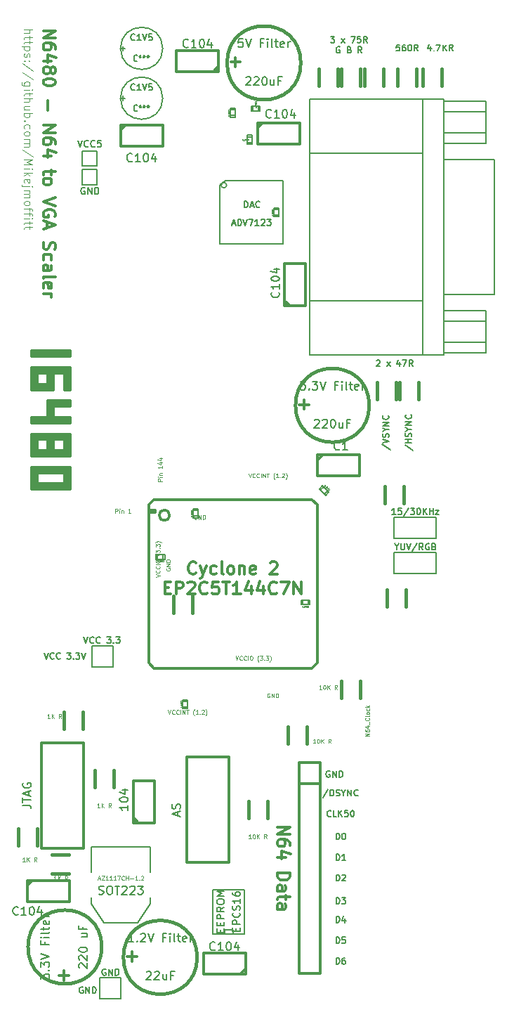
<source format=gto>
G04 (created by PCBNEW (22-Jun-2014 BZR 4027)-stable) date Tue Mar 31 02:57:52 2015*
%MOIN*%
G04 Gerber Fmt 3.4, Leading zero omitted, Abs format*
%FSLAX34Y34*%
G01*
G70*
G90*
G04 APERTURE LIST*
%ADD10C,0.00590551*%
%ADD11C,0.00393701*%
%ADD12C,0.011811*%
%ADD13C,0.00492126*%
%ADD14C,0.00738189*%
%ADD15C,0.015*%
%ADD16C,0.006*%
%ADD17C,0.005*%
%ADD18C,0.012*%
%ADD19C,0.008*%
%ADD20C,0.0012*%
%ADD21C,0.01*%
%ADD22C,0.0107*%
%ADD23C,0.0075*%
G04 APERTURE END LIST*
G54D10*
G54D11*
X53285Y-6097D02*
X53679Y-6097D01*
X53285Y-6266D02*
X53491Y-6266D01*
X53529Y-6247D01*
X53547Y-6210D01*
X53547Y-6153D01*
X53529Y-6116D01*
X53510Y-6097D01*
X53547Y-6397D02*
X53547Y-6547D01*
X53679Y-6453D02*
X53341Y-6453D01*
X53304Y-6472D01*
X53285Y-6510D01*
X53285Y-6547D01*
X53547Y-6622D02*
X53547Y-6772D01*
X53679Y-6678D02*
X53341Y-6678D01*
X53304Y-6697D01*
X53285Y-6735D01*
X53285Y-6772D01*
X53547Y-6903D02*
X53154Y-6903D01*
X53529Y-6903D02*
X53547Y-6941D01*
X53547Y-7016D01*
X53529Y-7053D01*
X53510Y-7072D01*
X53473Y-7091D01*
X53360Y-7091D01*
X53323Y-7072D01*
X53304Y-7053D01*
X53285Y-7016D01*
X53285Y-6941D01*
X53304Y-6903D01*
X53304Y-7241D02*
X53285Y-7278D01*
X53285Y-7353D01*
X53304Y-7391D01*
X53341Y-7410D01*
X53360Y-7410D01*
X53398Y-7391D01*
X53416Y-7353D01*
X53416Y-7297D01*
X53435Y-7260D01*
X53473Y-7241D01*
X53491Y-7241D01*
X53529Y-7260D01*
X53547Y-7297D01*
X53547Y-7353D01*
X53529Y-7391D01*
X53323Y-7578D02*
X53304Y-7597D01*
X53285Y-7578D01*
X53304Y-7559D01*
X53323Y-7578D01*
X53285Y-7578D01*
X53529Y-7578D02*
X53510Y-7597D01*
X53491Y-7578D01*
X53510Y-7559D01*
X53529Y-7578D01*
X53491Y-7578D01*
X53697Y-8047D02*
X53191Y-7709D01*
X53697Y-8459D02*
X53191Y-8122D01*
X53547Y-8759D02*
X53229Y-8759D01*
X53191Y-8741D01*
X53173Y-8722D01*
X53154Y-8684D01*
X53154Y-8628D01*
X53173Y-8591D01*
X53304Y-8759D02*
X53285Y-8722D01*
X53285Y-8647D01*
X53304Y-8609D01*
X53323Y-8591D01*
X53360Y-8572D01*
X53473Y-8572D01*
X53510Y-8591D01*
X53529Y-8609D01*
X53547Y-8647D01*
X53547Y-8722D01*
X53529Y-8759D01*
X53285Y-8947D02*
X53547Y-8947D01*
X53679Y-8947D02*
X53660Y-8928D01*
X53641Y-8947D01*
X53660Y-8966D01*
X53679Y-8947D01*
X53641Y-8947D01*
X53547Y-9078D02*
X53547Y-9228D01*
X53679Y-9134D02*
X53341Y-9134D01*
X53304Y-9153D01*
X53285Y-9191D01*
X53285Y-9228D01*
X53285Y-9359D02*
X53679Y-9359D01*
X53285Y-9528D02*
X53491Y-9528D01*
X53529Y-9509D01*
X53547Y-9472D01*
X53547Y-9416D01*
X53529Y-9378D01*
X53510Y-9359D01*
X53547Y-9884D02*
X53285Y-9884D01*
X53547Y-9715D02*
X53341Y-9715D01*
X53304Y-9734D01*
X53285Y-9772D01*
X53285Y-9828D01*
X53304Y-9865D01*
X53323Y-9884D01*
X53285Y-10072D02*
X53679Y-10072D01*
X53529Y-10072D02*
X53547Y-10109D01*
X53547Y-10184D01*
X53529Y-10222D01*
X53510Y-10240D01*
X53473Y-10259D01*
X53360Y-10259D01*
X53323Y-10240D01*
X53304Y-10222D01*
X53285Y-10184D01*
X53285Y-10109D01*
X53304Y-10072D01*
X53323Y-10428D02*
X53304Y-10447D01*
X53285Y-10428D01*
X53304Y-10409D01*
X53323Y-10428D01*
X53285Y-10428D01*
X53304Y-10784D02*
X53285Y-10747D01*
X53285Y-10672D01*
X53304Y-10634D01*
X53323Y-10615D01*
X53360Y-10597D01*
X53473Y-10597D01*
X53510Y-10615D01*
X53529Y-10634D01*
X53547Y-10672D01*
X53547Y-10747D01*
X53529Y-10784D01*
X53285Y-11009D02*
X53304Y-10972D01*
X53323Y-10953D01*
X53360Y-10934D01*
X53473Y-10934D01*
X53510Y-10953D01*
X53529Y-10972D01*
X53547Y-11009D01*
X53547Y-11065D01*
X53529Y-11103D01*
X53510Y-11122D01*
X53473Y-11140D01*
X53360Y-11140D01*
X53323Y-11122D01*
X53304Y-11103D01*
X53285Y-11065D01*
X53285Y-11009D01*
X53285Y-11309D02*
X53547Y-11309D01*
X53510Y-11309D02*
X53529Y-11328D01*
X53547Y-11365D01*
X53547Y-11422D01*
X53529Y-11459D01*
X53491Y-11478D01*
X53285Y-11478D01*
X53491Y-11478D02*
X53529Y-11497D01*
X53547Y-11534D01*
X53547Y-11590D01*
X53529Y-11628D01*
X53491Y-11646D01*
X53285Y-11646D01*
X53697Y-12115D02*
X53191Y-11778D01*
X53285Y-12246D02*
X53679Y-12246D01*
X53398Y-12378D01*
X53679Y-12509D01*
X53285Y-12509D01*
X53285Y-12696D02*
X53547Y-12696D01*
X53679Y-12696D02*
X53660Y-12678D01*
X53641Y-12696D01*
X53660Y-12715D01*
X53679Y-12696D01*
X53641Y-12696D01*
X53285Y-12884D02*
X53679Y-12884D01*
X53435Y-12921D02*
X53285Y-13034D01*
X53547Y-13034D02*
X53398Y-12884D01*
X53304Y-13353D02*
X53285Y-13315D01*
X53285Y-13240D01*
X53304Y-13203D01*
X53341Y-13184D01*
X53491Y-13184D01*
X53529Y-13203D01*
X53547Y-13240D01*
X53547Y-13315D01*
X53529Y-13353D01*
X53491Y-13371D01*
X53454Y-13371D01*
X53416Y-13184D01*
X53547Y-13540D02*
X53210Y-13540D01*
X53173Y-13521D01*
X53154Y-13484D01*
X53154Y-13465D01*
X53679Y-13540D02*
X53660Y-13521D01*
X53641Y-13540D01*
X53660Y-13559D01*
X53679Y-13540D01*
X53641Y-13540D01*
X53285Y-13727D02*
X53547Y-13727D01*
X53510Y-13727D02*
X53529Y-13746D01*
X53547Y-13784D01*
X53547Y-13840D01*
X53529Y-13877D01*
X53491Y-13896D01*
X53285Y-13896D01*
X53491Y-13896D02*
X53529Y-13915D01*
X53547Y-13952D01*
X53547Y-14009D01*
X53529Y-14046D01*
X53491Y-14065D01*
X53285Y-14065D01*
X53285Y-14309D02*
X53304Y-14271D01*
X53323Y-14252D01*
X53360Y-14234D01*
X53473Y-14234D01*
X53510Y-14252D01*
X53529Y-14271D01*
X53547Y-14309D01*
X53547Y-14365D01*
X53529Y-14402D01*
X53510Y-14421D01*
X53473Y-14440D01*
X53360Y-14440D01*
X53323Y-14421D01*
X53304Y-14402D01*
X53285Y-14365D01*
X53285Y-14309D01*
X53547Y-14552D02*
X53547Y-14702D01*
X53285Y-14609D02*
X53622Y-14609D01*
X53660Y-14627D01*
X53679Y-14665D01*
X53679Y-14702D01*
X53547Y-14777D02*
X53547Y-14927D01*
X53285Y-14834D02*
X53622Y-14834D01*
X53660Y-14852D01*
X53679Y-14890D01*
X53679Y-14927D01*
X53285Y-15059D02*
X53547Y-15059D01*
X53679Y-15059D02*
X53660Y-15040D01*
X53641Y-15059D01*
X53660Y-15077D01*
X53679Y-15059D01*
X53641Y-15059D01*
X53547Y-15190D02*
X53547Y-15340D01*
X53679Y-15246D02*
X53341Y-15246D01*
X53304Y-15265D01*
X53285Y-15302D01*
X53285Y-15340D01*
X53547Y-15415D02*
X53547Y-15565D01*
X53679Y-15471D02*
X53341Y-15471D01*
X53304Y-15490D01*
X53285Y-15527D01*
X53285Y-15565D01*
G54D12*
X54190Y-6144D02*
X54780Y-6144D01*
X54190Y-6482D01*
X54780Y-6482D01*
X54780Y-7016D02*
X54780Y-6903D01*
X54752Y-6847D01*
X54724Y-6819D01*
X54640Y-6763D01*
X54527Y-6735D01*
X54302Y-6735D01*
X54246Y-6763D01*
X54218Y-6791D01*
X54190Y-6847D01*
X54190Y-6960D01*
X54218Y-7016D01*
X54246Y-7044D01*
X54302Y-7072D01*
X54443Y-7072D01*
X54499Y-7044D01*
X54527Y-7016D01*
X54555Y-6960D01*
X54555Y-6847D01*
X54527Y-6791D01*
X54499Y-6763D01*
X54443Y-6735D01*
X54583Y-7578D02*
X54190Y-7578D01*
X54808Y-7438D02*
X54386Y-7297D01*
X54386Y-7663D01*
X54527Y-7972D02*
X54555Y-7916D01*
X54583Y-7888D01*
X54640Y-7859D01*
X54668Y-7859D01*
X54724Y-7888D01*
X54752Y-7916D01*
X54780Y-7972D01*
X54780Y-8084D01*
X54752Y-8141D01*
X54724Y-8169D01*
X54668Y-8197D01*
X54640Y-8197D01*
X54583Y-8169D01*
X54555Y-8141D01*
X54527Y-8084D01*
X54527Y-7972D01*
X54499Y-7916D01*
X54471Y-7888D01*
X54415Y-7859D01*
X54302Y-7859D01*
X54246Y-7888D01*
X54218Y-7916D01*
X54190Y-7972D01*
X54190Y-8084D01*
X54218Y-8141D01*
X54246Y-8169D01*
X54302Y-8197D01*
X54415Y-8197D01*
X54471Y-8169D01*
X54499Y-8141D01*
X54527Y-8084D01*
X54780Y-8562D02*
X54780Y-8619D01*
X54752Y-8675D01*
X54724Y-8703D01*
X54668Y-8731D01*
X54555Y-8759D01*
X54415Y-8759D01*
X54302Y-8731D01*
X54246Y-8703D01*
X54218Y-8675D01*
X54190Y-8619D01*
X54190Y-8562D01*
X54218Y-8506D01*
X54246Y-8478D01*
X54302Y-8450D01*
X54415Y-8422D01*
X54555Y-8422D01*
X54668Y-8450D01*
X54724Y-8478D01*
X54752Y-8506D01*
X54780Y-8562D01*
X54415Y-9462D02*
X54415Y-9912D01*
X54190Y-10643D02*
X54780Y-10643D01*
X54190Y-10981D01*
X54780Y-10981D01*
X54780Y-11515D02*
X54780Y-11403D01*
X54752Y-11347D01*
X54724Y-11318D01*
X54640Y-11262D01*
X54527Y-11234D01*
X54302Y-11234D01*
X54246Y-11262D01*
X54218Y-11290D01*
X54190Y-11347D01*
X54190Y-11459D01*
X54218Y-11515D01*
X54246Y-11543D01*
X54302Y-11571D01*
X54443Y-11571D01*
X54499Y-11543D01*
X54527Y-11515D01*
X54555Y-11459D01*
X54555Y-11347D01*
X54527Y-11290D01*
X54499Y-11262D01*
X54443Y-11234D01*
X54583Y-12078D02*
X54190Y-12078D01*
X54808Y-11937D02*
X54386Y-11796D01*
X54386Y-12162D01*
X54583Y-12753D02*
X54583Y-12978D01*
X54780Y-12837D02*
X54274Y-12837D01*
X54218Y-12865D01*
X54190Y-12921D01*
X54190Y-12978D01*
X54190Y-13259D02*
X54218Y-13203D01*
X54246Y-13174D01*
X54302Y-13146D01*
X54471Y-13146D01*
X54527Y-13174D01*
X54555Y-13203D01*
X54583Y-13259D01*
X54583Y-13343D01*
X54555Y-13399D01*
X54527Y-13428D01*
X54471Y-13456D01*
X54302Y-13456D01*
X54246Y-13428D01*
X54218Y-13399D01*
X54190Y-13343D01*
X54190Y-13259D01*
X54780Y-14074D02*
X54190Y-14271D01*
X54780Y-14468D01*
X54752Y-14974D02*
X54780Y-14918D01*
X54780Y-14834D01*
X54752Y-14749D01*
X54696Y-14693D01*
X54640Y-14665D01*
X54527Y-14637D01*
X54443Y-14637D01*
X54330Y-14665D01*
X54274Y-14693D01*
X54218Y-14749D01*
X54190Y-14834D01*
X54190Y-14890D01*
X54218Y-14974D01*
X54246Y-15002D01*
X54443Y-15002D01*
X54443Y-14890D01*
X54358Y-15227D02*
X54358Y-15508D01*
X54190Y-15171D02*
X54780Y-15368D01*
X54190Y-15565D01*
X54218Y-16183D02*
X54190Y-16268D01*
X54190Y-16408D01*
X54218Y-16465D01*
X54246Y-16493D01*
X54302Y-16521D01*
X54358Y-16521D01*
X54415Y-16493D01*
X54443Y-16465D01*
X54471Y-16408D01*
X54499Y-16296D01*
X54527Y-16240D01*
X54555Y-16212D01*
X54611Y-16183D01*
X54668Y-16183D01*
X54724Y-16212D01*
X54752Y-16240D01*
X54780Y-16296D01*
X54780Y-16437D01*
X54752Y-16521D01*
X54218Y-17027D02*
X54190Y-16971D01*
X54190Y-16858D01*
X54218Y-16802D01*
X54246Y-16774D01*
X54302Y-16746D01*
X54471Y-16746D01*
X54527Y-16774D01*
X54555Y-16802D01*
X54583Y-16858D01*
X54583Y-16971D01*
X54555Y-17027D01*
X54190Y-17533D02*
X54499Y-17533D01*
X54555Y-17505D01*
X54583Y-17449D01*
X54583Y-17336D01*
X54555Y-17280D01*
X54218Y-17533D02*
X54190Y-17477D01*
X54190Y-17336D01*
X54218Y-17280D01*
X54274Y-17252D01*
X54330Y-17252D01*
X54386Y-17280D01*
X54415Y-17336D01*
X54415Y-17477D01*
X54443Y-17533D01*
X54190Y-17899D02*
X54218Y-17843D01*
X54274Y-17814D01*
X54780Y-17814D01*
X54218Y-18349D02*
X54190Y-18293D01*
X54190Y-18180D01*
X54218Y-18124D01*
X54274Y-18096D01*
X54499Y-18096D01*
X54555Y-18124D01*
X54583Y-18180D01*
X54583Y-18293D01*
X54555Y-18349D01*
X54499Y-18377D01*
X54443Y-18377D01*
X54386Y-18096D01*
X54190Y-18630D02*
X54583Y-18630D01*
X54471Y-18630D02*
X54527Y-18658D01*
X54555Y-18686D01*
X54583Y-18742D01*
X54583Y-18799D01*
G54D13*
X53327Y-45552D02*
X53215Y-45552D01*
X53271Y-45552D02*
X53271Y-45355D01*
X53252Y-45383D01*
X53233Y-45402D01*
X53215Y-45411D01*
X53412Y-45552D02*
X53412Y-45355D01*
X53524Y-45552D02*
X53440Y-45439D01*
X53524Y-45355D02*
X53412Y-45467D01*
X53871Y-45552D02*
X53805Y-45458D01*
X53758Y-45552D02*
X53758Y-45355D01*
X53833Y-45355D01*
X53852Y-45364D01*
X53862Y-45374D01*
X53871Y-45392D01*
X53871Y-45420D01*
X53862Y-45439D01*
X53852Y-45449D01*
X53833Y-45458D01*
X53758Y-45458D01*
G54D14*
X56074Y-51511D02*
X56046Y-51497D01*
X56003Y-51497D01*
X55961Y-51511D01*
X55933Y-51539D01*
X55919Y-51567D01*
X55905Y-51624D01*
X55905Y-51666D01*
X55919Y-51722D01*
X55933Y-51750D01*
X55961Y-51778D01*
X56003Y-51792D01*
X56032Y-51792D01*
X56074Y-51778D01*
X56088Y-51764D01*
X56088Y-51666D01*
X56032Y-51666D01*
X56214Y-51792D02*
X56214Y-51497D01*
X56383Y-51792D01*
X56383Y-51497D01*
X56524Y-51792D02*
X56524Y-51497D01*
X56594Y-51497D01*
X56636Y-51511D01*
X56664Y-51539D01*
X56678Y-51567D01*
X56692Y-51624D01*
X56692Y-51666D01*
X56678Y-51722D01*
X56664Y-51750D01*
X56636Y-51778D01*
X56594Y-51792D01*
X56524Y-51792D01*
X68089Y-50414D02*
X68089Y-50119D01*
X68159Y-50119D01*
X68201Y-50133D01*
X68229Y-50161D01*
X68243Y-50189D01*
X68257Y-50246D01*
X68257Y-50288D01*
X68243Y-50344D01*
X68229Y-50372D01*
X68201Y-50400D01*
X68159Y-50414D01*
X68089Y-50414D01*
X68510Y-50119D02*
X68454Y-50119D01*
X68426Y-50133D01*
X68412Y-50147D01*
X68384Y-50189D01*
X68370Y-50246D01*
X68370Y-50358D01*
X68384Y-50386D01*
X68398Y-50400D01*
X68426Y-50414D01*
X68482Y-50414D01*
X68510Y-50400D01*
X68525Y-50386D01*
X68539Y-50358D01*
X68539Y-50288D01*
X68525Y-50260D01*
X68510Y-50246D01*
X68482Y-50232D01*
X68426Y-50232D01*
X68398Y-50246D01*
X68384Y-50260D01*
X68370Y-50288D01*
X68089Y-49430D02*
X68089Y-49135D01*
X68159Y-49135D01*
X68201Y-49149D01*
X68229Y-49177D01*
X68243Y-49205D01*
X68257Y-49261D01*
X68257Y-49303D01*
X68243Y-49360D01*
X68229Y-49388D01*
X68201Y-49416D01*
X68159Y-49430D01*
X68089Y-49430D01*
X68525Y-49135D02*
X68384Y-49135D01*
X68370Y-49275D01*
X68384Y-49261D01*
X68412Y-49247D01*
X68482Y-49247D01*
X68510Y-49261D01*
X68525Y-49275D01*
X68539Y-49303D01*
X68539Y-49374D01*
X68525Y-49402D01*
X68510Y-49416D01*
X68482Y-49430D01*
X68412Y-49430D01*
X68384Y-49416D01*
X68370Y-49402D01*
X68089Y-48446D02*
X68089Y-48151D01*
X68159Y-48151D01*
X68201Y-48165D01*
X68229Y-48193D01*
X68243Y-48221D01*
X68257Y-48277D01*
X68257Y-48319D01*
X68243Y-48375D01*
X68229Y-48404D01*
X68201Y-48432D01*
X68159Y-48446D01*
X68089Y-48446D01*
X68510Y-48249D02*
X68510Y-48446D01*
X68440Y-48136D02*
X68370Y-48347D01*
X68553Y-48347D01*
X68089Y-47560D02*
X68089Y-47265D01*
X68159Y-47265D01*
X68201Y-47279D01*
X68229Y-47307D01*
X68243Y-47335D01*
X68257Y-47391D01*
X68257Y-47433D01*
X68243Y-47490D01*
X68229Y-47518D01*
X68201Y-47546D01*
X68159Y-47560D01*
X68089Y-47560D01*
X68356Y-47265D02*
X68539Y-47265D01*
X68440Y-47377D01*
X68482Y-47377D01*
X68510Y-47391D01*
X68525Y-47405D01*
X68539Y-47433D01*
X68539Y-47504D01*
X68525Y-47532D01*
X68510Y-47546D01*
X68482Y-47560D01*
X68398Y-47560D01*
X68370Y-47546D01*
X68356Y-47532D01*
X68089Y-46477D02*
X68089Y-46182D01*
X68159Y-46182D01*
X68201Y-46196D01*
X68229Y-46224D01*
X68243Y-46252D01*
X68257Y-46309D01*
X68257Y-46351D01*
X68243Y-46407D01*
X68229Y-46435D01*
X68201Y-46463D01*
X68159Y-46477D01*
X68089Y-46477D01*
X68370Y-46210D02*
X68384Y-46196D01*
X68412Y-46182D01*
X68482Y-46182D01*
X68510Y-46196D01*
X68525Y-46210D01*
X68539Y-46238D01*
X68539Y-46266D01*
X68525Y-46309D01*
X68356Y-46477D01*
X68539Y-46477D01*
X68089Y-45493D02*
X68089Y-45198D01*
X68159Y-45198D01*
X68201Y-45212D01*
X68229Y-45240D01*
X68243Y-45268D01*
X68257Y-45324D01*
X68257Y-45366D01*
X68243Y-45423D01*
X68229Y-45451D01*
X68201Y-45479D01*
X68159Y-45493D01*
X68089Y-45493D01*
X68539Y-45493D02*
X68370Y-45493D01*
X68454Y-45493D02*
X68454Y-45198D01*
X68426Y-45240D01*
X68398Y-45268D01*
X68370Y-45282D01*
X68089Y-44509D02*
X68089Y-44214D01*
X68159Y-44214D01*
X68201Y-44228D01*
X68229Y-44256D01*
X68243Y-44284D01*
X68257Y-44340D01*
X68257Y-44382D01*
X68243Y-44438D01*
X68229Y-44467D01*
X68201Y-44495D01*
X68159Y-44509D01*
X68089Y-44509D01*
X68440Y-44214D02*
X68468Y-44214D01*
X68496Y-44228D01*
X68510Y-44242D01*
X68525Y-44270D01*
X68539Y-44326D01*
X68539Y-44396D01*
X68525Y-44453D01*
X68510Y-44481D01*
X68496Y-44495D01*
X68468Y-44509D01*
X68440Y-44509D01*
X68412Y-44495D01*
X68398Y-44481D01*
X68384Y-44453D01*
X68370Y-44396D01*
X68370Y-44326D01*
X68384Y-44270D01*
X68398Y-44242D01*
X68412Y-44228D01*
X68440Y-44214D01*
X67850Y-43398D02*
X67836Y-43412D01*
X67793Y-43426D01*
X67765Y-43426D01*
X67723Y-43412D01*
X67695Y-43384D01*
X67681Y-43356D01*
X67667Y-43300D01*
X67667Y-43257D01*
X67681Y-43201D01*
X67695Y-43173D01*
X67723Y-43145D01*
X67765Y-43131D01*
X67793Y-43131D01*
X67836Y-43145D01*
X67850Y-43159D01*
X68117Y-43426D02*
X67976Y-43426D01*
X67976Y-43131D01*
X68215Y-43426D02*
X68215Y-43131D01*
X68384Y-43426D02*
X68257Y-43257D01*
X68384Y-43131D02*
X68215Y-43300D01*
X68651Y-43131D02*
X68510Y-43131D01*
X68496Y-43271D01*
X68510Y-43257D01*
X68539Y-43243D01*
X68609Y-43243D01*
X68637Y-43257D01*
X68651Y-43271D01*
X68665Y-43300D01*
X68665Y-43370D01*
X68651Y-43398D01*
X68637Y-43412D01*
X68609Y-43426D01*
X68539Y-43426D01*
X68510Y-43412D01*
X68496Y-43398D01*
X68848Y-43131D02*
X68876Y-43131D01*
X68904Y-43145D01*
X68918Y-43159D01*
X68932Y-43187D01*
X68946Y-43243D01*
X68946Y-43314D01*
X68932Y-43370D01*
X68918Y-43398D01*
X68904Y-43412D01*
X68876Y-43426D01*
X68848Y-43426D01*
X68820Y-43412D01*
X68806Y-43398D01*
X68792Y-43370D01*
X68778Y-43314D01*
X68778Y-43243D01*
X68792Y-43187D01*
X68806Y-43159D01*
X68820Y-43145D01*
X68848Y-43131D01*
X67716Y-42133D02*
X67463Y-42512D01*
X67814Y-42442D02*
X67814Y-42147D01*
X67885Y-42147D01*
X67927Y-42161D01*
X67955Y-42189D01*
X67969Y-42217D01*
X67983Y-42273D01*
X67983Y-42315D01*
X67969Y-42372D01*
X67955Y-42400D01*
X67927Y-42428D01*
X67885Y-42442D01*
X67814Y-42442D01*
X68096Y-42428D02*
X68138Y-42442D01*
X68208Y-42442D01*
X68236Y-42428D01*
X68250Y-42414D01*
X68264Y-42386D01*
X68264Y-42357D01*
X68250Y-42329D01*
X68236Y-42315D01*
X68208Y-42301D01*
X68152Y-42287D01*
X68124Y-42273D01*
X68110Y-42259D01*
X68096Y-42231D01*
X68096Y-42203D01*
X68110Y-42175D01*
X68124Y-42161D01*
X68152Y-42147D01*
X68222Y-42147D01*
X68264Y-42161D01*
X68447Y-42301D02*
X68447Y-42442D01*
X68349Y-42147D02*
X68447Y-42301D01*
X68546Y-42147D01*
X68644Y-42442D02*
X68644Y-42147D01*
X68813Y-42442D01*
X68813Y-42147D01*
X69122Y-42414D02*
X69108Y-42428D01*
X69066Y-42442D01*
X69038Y-42442D01*
X68996Y-42428D01*
X68967Y-42400D01*
X68953Y-42372D01*
X68939Y-42315D01*
X68939Y-42273D01*
X68953Y-42217D01*
X68967Y-42189D01*
X68996Y-42161D01*
X69038Y-42147D01*
X69066Y-42147D01*
X69108Y-42161D01*
X69122Y-42175D01*
G54D12*
X65312Y-43911D02*
X65902Y-43911D01*
X65312Y-44249D01*
X65902Y-44249D01*
X65902Y-44783D02*
X65902Y-44670D01*
X65874Y-44614D01*
X65846Y-44586D01*
X65762Y-44530D01*
X65649Y-44502D01*
X65424Y-44502D01*
X65368Y-44530D01*
X65340Y-44558D01*
X65312Y-44614D01*
X65312Y-44727D01*
X65340Y-44783D01*
X65368Y-44811D01*
X65424Y-44839D01*
X65565Y-44839D01*
X65621Y-44811D01*
X65649Y-44783D01*
X65677Y-44727D01*
X65677Y-44614D01*
X65649Y-44558D01*
X65621Y-44530D01*
X65565Y-44502D01*
X65705Y-45345D02*
X65312Y-45345D01*
X65930Y-45205D02*
X65508Y-45064D01*
X65508Y-45430D01*
X65312Y-46105D02*
X65902Y-46105D01*
X65902Y-46245D01*
X65874Y-46330D01*
X65818Y-46386D01*
X65762Y-46414D01*
X65649Y-46442D01*
X65565Y-46442D01*
X65452Y-46414D01*
X65396Y-46386D01*
X65340Y-46330D01*
X65312Y-46245D01*
X65312Y-46105D01*
X65312Y-46948D02*
X65621Y-46948D01*
X65677Y-46920D01*
X65705Y-46864D01*
X65705Y-46751D01*
X65677Y-46695D01*
X65340Y-46948D02*
X65312Y-46892D01*
X65312Y-46751D01*
X65340Y-46695D01*
X65396Y-46667D01*
X65452Y-46667D01*
X65508Y-46695D01*
X65537Y-46751D01*
X65537Y-46892D01*
X65565Y-46948D01*
X65705Y-47145D02*
X65705Y-47370D01*
X65902Y-47230D02*
X65396Y-47230D01*
X65340Y-47258D01*
X65312Y-47314D01*
X65312Y-47370D01*
X65312Y-47820D02*
X65621Y-47820D01*
X65677Y-47792D01*
X65705Y-47736D01*
X65705Y-47623D01*
X65677Y-47567D01*
X65340Y-47820D02*
X65312Y-47764D01*
X65312Y-47623D01*
X65340Y-47567D01*
X65396Y-47539D01*
X65452Y-47539D01*
X65508Y-47567D01*
X65537Y-47623D01*
X65537Y-47764D01*
X65565Y-47820D01*
G54D14*
X67786Y-41275D02*
X67758Y-41261D01*
X67716Y-41261D01*
X67674Y-41275D01*
X67646Y-41303D01*
X67632Y-41331D01*
X67618Y-41387D01*
X67618Y-41429D01*
X67632Y-41486D01*
X67646Y-41514D01*
X67674Y-41542D01*
X67716Y-41556D01*
X67744Y-41556D01*
X67786Y-41542D01*
X67800Y-41528D01*
X67800Y-41429D01*
X67744Y-41429D01*
X67927Y-41556D02*
X67927Y-41261D01*
X68096Y-41556D01*
X68096Y-41261D01*
X68236Y-41556D02*
X68236Y-41261D01*
X68307Y-41261D01*
X68349Y-41275D01*
X68377Y-41303D01*
X68391Y-41331D01*
X68405Y-41387D01*
X68405Y-41429D01*
X68391Y-41486D01*
X68377Y-41514D01*
X68349Y-41542D01*
X68307Y-41556D01*
X68236Y-41556D01*
X54232Y-35651D02*
X54330Y-35946D01*
X54429Y-35651D01*
X54696Y-35918D02*
X54682Y-35932D01*
X54640Y-35946D01*
X54611Y-35946D01*
X54569Y-35932D01*
X54541Y-35904D01*
X54527Y-35875D01*
X54513Y-35819D01*
X54513Y-35777D01*
X54527Y-35721D01*
X54541Y-35693D01*
X54569Y-35665D01*
X54611Y-35651D01*
X54640Y-35651D01*
X54682Y-35665D01*
X54696Y-35679D01*
X54991Y-35918D02*
X54977Y-35932D01*
X54935Y-35946D01*
X54907Y-35946D01*
X54865Y-35932D01*
X54836Y-35904D01*
X54822Y-35875D01*
X54808Y-35819D01*
X54808Y-35777D01*
X54822Y-35721D01*
X54836Y-35693D01*
X54865Y-35665D01*
X54907Y-35651D01*
X54935Y-35651D01*
X54977Y-35665D01*
X54991Y-35679D01*
X55314Y-35651D02*
X55497Y-35651D01*
X55399Y-35763D01*
X55441Y-35763D01*
X55469Y-35777D01*
X55483Y-35791D01*
X55497Y-35819D01*
X55497Y-35890D01*
X55483Y-35918D01*
X55469Y-35932D01*
X55441Y-35946D01*
X55357Y-35946D01*
X55329Y-35932D01*
X55314Y-35918D01*
X55624Y-35918D02*
X55638Y-35932D01*
X55624Y-35946D01*
X55610Y-35932D01*
X55624Y-35918D01*
X55624Y-35946D01*
X55736Y-35651D02*
X55919Y-35651D01*
X55821Y-35763D01*
X55863Y-35763D01*
X55891Y-35777D01*
X55905Y-35791D01*
X55919Y-35819D01*
X55919Y-35890D01*
X55905Y-35918D01*
X55891Y-35932D01*
X55863Y-35946D01*
X55778Y-35946D01*
X55750Y-35932D01*
X55736Y-35918D01*
X56003Y-35651D02*
X56102Y-35946D01*
X56200Y-35651D01*
G54D13*
X59823Y-27512D02*
X59626Y-27512D01*
X59626Y-27437D01*
X59636Y-27418D01*
X59645Y-27409D01*
X59664Y-27399D01*
X59692Y-27399D01*
X59711Y-27409D01*
X59720Y-27418D01*
X59730Y-27437D01*
X59730Y-27512D01*
X59823Y-27315D02*
X59692Y-27315D01*
X59626Y-27315D02*
X59636Y-27324D01*
X59645Y-27315D01*
X59636Y-27305D01*
X59626Y-27315D01*
X59645Y-27315D01*
X59692Y-27221D02*
X59823Y-27221D01*
X59711Y-27221D02*
X59701Y-27212D01*
X59692Y-27193D01*
X59692Y-27165D01*
X59701Y-27146D01*
X59720Y-27137D01*
X59823Y-27137D01*
X59823Y-26790D02*
X59823Y-26902D01*
X59823Y-26846D02*
X59626Y-26846D01*
X59655Y-26865D01*
X59673Y-26884D01*
X59683Y-26902D01*
X59692Y-26621D02*
X59823Y-26621D01*
X59617Y-26668D02*
X59758Y-26715D01*
X59758Y-26593D01*
X59692Y-26434D02*
X59823Y-26434D01*
X59617Y-26481D02*
X59758Y-26527D01*
X59758Y-26406D01*
X57616Y-29016D02*
X57616Y-28819D01*
X57691Y-28819D01*
X57709Y-28829D01*
X57719Y-28838D01*
X57728Y-28857D01*
X57728Y-28885D01*
X57719Y-28904D01*
X57709Y-28913D01*
X57691Y-28922D01*
X57616Y-28922D01*
X57813Y-29016D02*
X57813Y-28885D01*
X57813Y-28819D02*
X57803Y-28829D01*
X57813Y-28838D01*
X57822Y-28829D01*
X57813Y-28819D01*
X57813Y-28838D01*
X57906Y-28885D02*
X57906Y-29016D01*
X57906Y-28904D02*
X57916Y-28894D01*
X57934Y-28885D01*
X57963Y-28885D01*
X57981Y-28894D01*
X57991Y-28913D01*
X57991Y-29016D01*
X58338Y-29016D02*
X58225Y-29016D01*
X58281Y-29016D02*
X58281Y-28819D01*
X58263Y-28847D01*
X58244Y-28866D01*
X58225Y-28876D01*
X54804Y-46437D02*
X54691Y-46437D01*
X54747Y-46437D02*
X54747Y-46241D01*
X54729Y-46269D01*
X54710Y-46287D01*
X54691Y-46297D01*
X54888Y-46437D02*
X54888Y-46241D01*
X55000Y-46437D02*
X54916Y-46325D01*
X55000Y-46241D02*
X54888Y-46353D01*
X55347Y-46437D02*
X55282Y-46344D01*
X55235Y-46437D02*
X55235Y-46241D01*
X55310Y-46241D01*
X55329Y-46250D01*
X55338Y-46259D01*
X55347Y-46278D01*
X55347Y-46306D01*
X55338Y-46325D01*
X55329Y-46334D01*
X55310Y-46344D01*
X55235Y-46344D01*
X64060Y-44469D02*
X63948Y-44469D01*
X64004Y-44469D02*
X64004Y-44272D01*
X63985Y-44300D01*
X63967Y-44319D01*
X63948Y-44328D01*
X64182Y-44272D02*
X64201Y-44272D01*
X64220Y-44281D01*
X64229Y-44291D01*
X64238Y-44310D01*
X64248Y-44347D01*
X64248Y-44394D01*
X64238Y-44431D01*
X64229Y-44450D01*
X64220Y-44460D01*
X64201Y-44469D01*
X64182Y-44469D01*
X64163Y-44460D01*
X64154Y-44450D01*
X64145Y-44431D01*
X64135Y-44394D01*
X64135Y-44347D01*
X64145Y-44310D01*
X64154Y-44291D01*
X64163Y-44281D01*
X64182Y-44272D01*
X64332Y-44469D02*
X64332Y-44272D01*
X64445Y-44469D02*
X64360Y-44356D01*
X64445Y-44272D02*
X64332Y-44385D01*
X64791Y-44469D02*
X64726Y-44375D01*
X64679Y-44469D02*
X64679Y-44272D01*
X64754Y-44272D01*
X64773Y-44281D01*
X64782Y-44291D01*
X64791Y-44310D01*
X64791Y-44338D01*
X64782Y-44356D01*
X64773Y-44366D01*
X64754Y-44375D01*
X64679Y-44375D01*
X67111Y-39941D02*
X66999Y-39941D01*
X67055Y-39941D02*
X67055Y-39745D01*
X67036Y-39773D01*
X67018Y-39791D01*
X66999Y-39801D01*
X67233Y-39745D02*
X67252Y-39745D01*
X67271Y-39754D01*
X67280Y-39763D01*
X67290Y-39782D01*
X67299Y-39820D01*
X67299Y-39866D01*
X67290Y-39904D01*
X67280Y-39923D01*
X67271Y-39932D01*
X67252Y-39941D01*
X67233Y-39941D01*
X67215Y-39932D01*
X67205Y-39923D01*
X67196Y-39904D01*
X67186Y-39866D01*
X67186Y-39820D01*
X67196Y-39782D01*
X67205Y-39763D01*
X67215Y-39754D01*
X67233Y-39745D01*
X67383Y-39941D02*
X67383Y-39745D01*
X67496Y-39941D02*
X67411Y-39829D01*
X67496Y-39745D02*
X67383Y-39857D01*
X67843Y-39941D02*
X67777Y-39848D01*
X67730Y-39941D02*
X67730Y-39745D01*
X67805Y-39745D01*
X67824Y-39754D01*
X67833Y-39763D01*
X67843Y-39782D01*
X67843Y-39810D01*
X67833Y-39829D01*
X67824Y-39838D01*
X67805Y-39848D01*
X67730Y-39848D01*
X67407Y-37382D02*
X67294Y-37382D01*
X67350Y-37382D02*
X67350Y-37185D01*
X67332Y-37214D01*
X67313Y-37232D01*
X67294Y-37242D01*
X67529Y-37185D02*
X67547Y-37185D01*
X67566Y-37195D01*
X67575Y-37204D01*
X67585Y-37223D01*
X67594Y-37260D01*
X67594Y-37307D01*
X67585Y-37345D01*
X67575Y-37364D01*
X67566Y-37373D01*
X67547Y-37382D01*
X67529Y-37382D01*
X67510Y-37373D01*
X67500Y-37364D01*
X67491Y-37345D01*
X67482Y-37307D01*
X67482Y-37260D01*
X67491Y-37223D01*
X67500Y-37204D01*
X67510Y-37195D01*
X67529Y-37185D01*
X67679Y-37382D02*
X67679Y-37185D01*
X67791Y-37382D02*
X67707Y-37270D01*
X67791Y-37185D02*
X67679Y-37298D01*
X68138Y-37382D02*
X68072Y-37289D01*
X68025Y-37382D02*
X68025Y-37185D01*
X68100Y-37185D01*
X68119Y-37195D01*
X68128Y-37204D01*
X68138Y-37223D01*
X68138Y-37251D01*
X68128Y-37270D01*
X68119Y-37279D01*
X68100Y-37289D01*
X68025Y-37289D01*
X56871Y-42993D02*
X56758Y-42993D01*
X56814Y-42993D02*
X56814Y-42796D01*
X56796Y-42824D01*
X56777Y-42843D01*
X56758Y-42852D01*
X56955Y-42993D02*
X56955Y-42796D01*
X57067Y-42993D02*
X56983Y-42880D01*
X57067Y-42796D02*
X56955Y-42908D01*
X57414Y-42993D02*
X57349Y-42899D01*
X57302Y-42993D02*
X57302Y-42796D01*
X57377Y-42796D01*
X57395Y-42805D01*
X57405Y-42814D01*
X57414Y-42833D01*
X57414Y-42861D01*
X57405Y-42880D01*
X57395Y-42889D01*
X57377Y-42899D01*
X57302Y-42899D01*
X54508Y-38760D02*
X54396Y-38760D01*
X54452Y-38760D02*
X54452Y-38563D01*
X54433Y-38592D01*
X54415Y-38610D01*
X54396Y-38620D01*
X54593Y-38760D02*
X54593Y-38563D01*
X54705Y-38760D02*
X54621Y-38648D01*
X54705Y-38563D02*
X54593Y-38676D01*
X55052Y-38760D02*
X54986Y-38667D01*
X54940Y-38760D02*
X54940Y-38563D01*
X55014Y-38563D01*
X55033Y-38573D01*
X55043Y-38582D01*
X55052Y-38601D01*
X55052Y-38629D01*
X55043Y-38648D01*
X55033Y-38657D01*
X55014Y-38667D01*
X54940Y-38667D01*
X60029Y-31646D02*
X60020Y-31664D01*
X60020Y-31692D01*
X60029Y-31721D01*
X60048Y-31739D01*
X60067Y-31749D01*
X60104Y-31758D01*
X60133Y-31758D01*
X60170Y-31749D01*
X60189Y-31739D01*
X60208Y-31721D01*
X60217Y-31692D01*
X60217Y-31674D01*
X60208Y-31646D01*
X60198Y-31636D01*
X60133Y-31636D01*
X60133Y-31674D01*
X60217Y-31552D02*
X60020Y-31552D01*
X60217Y-31439D01*
X60020Y-31439D01*
X60217Y-31346D02*
X60020Y-31346D01*
X60020Y-31299D01*
X60029Y-31271D01*
X60048Y-31252D01*
X60067Y-31242D01*
X60104Y-31233D01*
X60133Y-31233D01*
X60170Y-31242D01*
X60189Y-31252D01*
X60208Y-31271D01*
X60217Y-31299D01*
X60217Y-31346D01*
X69666Y-39599D02*
X69469Y-39599D01*
X69666Y-39487D01*
X69469Y-39487D01*
X69469Y-39309D02*
X69469Y-39346D01*
X69478Y-39365D01*
X69488Y-39374D01*
X69516Y-39393D01*
X69553Y-39402D01*
X69628Y-39402D01*
X69647Y-39393D01*
X69656Y-39384D01*
X69666Y-39365D01*
X69666Y-39327D01*
X69656Y-39309D01*
X69647Y-39299D01*
X69628Y-39290D01*
X69581Y-39290D01*
X69563Y-39299D01*
X69553Y-39309D01*
X69544Y-39327D01*
X69544Y-39365D01*
X69553Y-39384D01*
X69563Y-39393D01*
X69581Y-39402D01*
X69535Y-39121D02*
X69666Y-39121D01*
X69460Y-39168D02*
X69600Y-39215D01*
X69600Y-39093D01*
X69685Y-39065D02*
X69685Y-38915D01*
X69647Y-38756D02*
X69656Y-38765D01*
X69666Y-38793D01*
X69666Y-38812D01*
X69656Y-38840D01*
X69638Y-38859D01*
X69619Y-38868D01*
X69581Y-38877D01*
X69553Y-38877D01*
X69516Y-38868D01*
X69497Y-38859D01*
X69478Y-38840D01*
X69469Y-38812D01*
X69469Y-38793D01*
X69478Y-38765D01*
X69488Y-38756D01*
X69666Y-38643D02*
X69656Y-38662D01*
X69638Y-38671D01*
X69469Y-38671D01*
X69666Y-38540D02*
X69656Y-38559D01*
X69647Y-38568D01*
X69628Y-38577D01*
X69572Y-38577D01*
X69553Y-38568D01*
X69544Y-38559D01*
X69535Y-38540D01*
X69535Y-38512D01*
X69544Y-38493D01*
X69553Y-38484D01*
X69572Y-38474D01*
X69628Y-38474D01*
X69647Y-38484D01*
X69656Y-38493D01*
X69666Y-38512D01*
X69666Y-38540D01*
X69656Y-38306D02*
X69666Y-38324D01*
X69666Y-38362D01*
X69656Y-38381D01*
X69647Y-38390D01*
X69628Y-38399D01*
X69572Y-38399D01*
X69553Y-38390D01*
X69544Y-38381D01*
X69535Y-38362D01*
X69535Y-38324D01*
X69544Y-38306D01*
X69666Y-38221D02*
X69469Y-38221D01*
X69591Y-38203D02*
X69666Y-38146D01*
X69535Y-38146D02*
X69610Y-38221D01*
X64932Y-37589D02*
X64913Y-37579D01*
X64885Y-37579D01*
X64857Y-37589D01*
X64838Y-37607D01*
X64829Y-37626D01*
X64820Y-37664D01*
X64820Y-37692D01*
X64829Y-37729D01*
X64838Y-37748D01*
X64857Y-37767D01*
X64885Y-37776D01*
X64904Y-37776D01*
X64932Y-37767D01*
X64941Y-37757D01*
X64941Y-37692D01*
X64904Y-37692D01*
X65026Y-37776D02*
X65026Y-37579D01*
X65138Y-37776D01*
X65138Y-37579D01*
X65232Y-37776D02*
X65232Y-37579D01*
X65279Y-37579D01*
X65307Y-37589D01*
X65326Y-37607D01*
X65335Y-37626D01*
X65344Y-37664D01*
X65344Y-37692D01*
X65335Y-37729D01*
X65326Y-37748D01*
X65307Y-37767D01*
X65279Y-37776D01*
X65232Y-37776D01*
X60119Y-38367D02*
X60184Y-38563D01*
X60250Y-38367D01*
X60428Y-38545D02*
X60419Y-38554D01*
X60390Y-38563D01*
X60372Y-38563D01*
X60344Y-38554D01*
X60325Y-38535D01*
X60315Y-38517D01*
X60306Y-38479D01*
X60306Y-38451D01*
X60315Y-38413D01*
X60325Y-38395D01*
X60344Y-38376D01*
X60372Y-38367D01*
X60390Y-38367D01*
X60419Y-38376D01*
X60428Y-38385D01*
X60625Y-38545D02*
X60615Y-38554D01*
X60587Y-38563D01*
X60568Y-38563D01*
X60540Y-38554D01*
X60522Y-38535D01*
X60512Y-38517D01*
X60503Y-38479D01*
X60503Y-38451D01*
X60512Y-38413D01*
X60522Y-38395D01*
X60540Y-38376D01*
X60568Y-38367D01*
X60587Y-38367D01*
X60615Y-38376D01*
X60625Y-38385D01*
X60709Y-38563D02*
X60709Y-38367D01*
X60803Y-38563D02*
X60803Y-38367D01*
X60915Y-38563D01*
X60915Y-38367D01*
X60981Y-38367D02*
X61093Y-38367D01*
X61037Y-38563D02*
X61037Y-38367D01*
X61365Y-38638D02*
X61356Y-38629D01*
X61337Y-38601D01*
X61328Y-38582D01*
X61318Y-38554D01*
X61309Y-38507D01*
X61309Y-38470D01*
X61318Y-38423D01*
X61328Y-38395D01*
X61337Y-38376D01*
X61356Y-38348D01*
X61365Y-38338D01*
X61543Y-38563D02*
X61431Y-38563D01*
X61487Y-38563D02*
X61487Y-38367D01*
X61468Y-38395D01*
X61450Y-38413D01*
X61431Y-38423D01*
X61628Y-38545D02*
X61637Y-38554D01*
X61628Y-38563D01*
X61618Y-38554D01*
X61628Y-38545D01*
X61628Y-38563D01*
X61712Y-38385D02*
X61721Y-38376D01*
X61740Y-38367D01*
X61787Y-38367D01*
X61806Y-38376D01*
X61815Y-38385D01*
X61825Y-38404D01*
X61825Y-38423D01*
X61815Y-38451D01*
X61703Y-38563D01*
X61825Y-38563D01*
X61890Y-38638D02*
X61900Y-38629D01*
X61918Y-38601D01*
X61928Y-38582D01*
X61937Y-38554D01*
X61946Y-38507D01*
X61946Y-38470D01*
X61937Y-38423D01*
X61928Y-38395D01*
X61918Y-38376D01*
X61900Y-38348D01*
X61890Y-38338D01*
X63320Y-35808D02*
X63385Y-36004D01*
X63451Y-35808D01*
X63629Y-35986D02*
X63620Y-35995D01*
X63592Y-36004D01*
X63573Y-36004D01*
X63545Y-35995D01*
X63526Y-35976D01*
X63517Y-35958D01*
X63507Y-35920D01*
X63507Y-35892D01*
X63517Y-35854D01*
X63526Y-35836D01*
X63545Y-35817D01*
X63573Y-35808D01*
X63592Y-35808D01*
X63620Y-35817D01*
X63629Y-35826D01*
X63826Y-35986D02*
X63817Y-35995D01*
X63788Y-36004D01*
X63770Y-36004D01*
X63742Y-35995D01*
X63723Y-35976D01*
X63713Y-35958D01*
X63704Y-35920D01*
X63704Y-35892D01*
X63713Y-35854D01*
X63723Y-35836D01*
X63742Y-35817D01*
X63770Y-35808D01*
X63788Y-35808D01*
X63817Y-35817D01*
X63826Y-35826D01*
X63910Y-36004D02*
X63910Y-35808D01*
X64041Y-35808D02*
X64079Y-35808D01*
X64098Y-35817D01*
X64116Y-35836D01*
X64126Y-35873D01*
X64126Y-35939D01*
X64116Y-35976D01*
X64098Y-35995D01*
X64079Y-36004D01*
X64041Y-36004D01*
X64023Y-35995D01*
X64004Y-35976D01*
X63995Y-35939D01*
X63995Y-35873D01*
X64004Y-35836D01*
X64023Y-35817D01*
X64041Y-35808D01*
X64416Y-36079D02*
X64407Y-36070D01*
X64388Y-36042D01*
X64379Y-36023D01*
X64370Y-35995D01*
X64360Y-35948D01*
X64360Y-35911D01*
X64370Y-35864D01*
X64379Y-35836D01*
X64388Y-35817D01*
X64407Y-35789D01*
X64416Y-35779D01*
X64473Y-35808D02*
X64595Y-35808D01*
X64529Y-35883D01*
X64557Y-35883D01*
X64576Y-35892D01*
X64585Y-35901D01*
X64595Y-35920D01*
X64595Y-35967D01*
X64585Y-35986D01*
X64576Y-35995D01*
X64557Y-36004D01*
X64501Y-36004D01*
X64482Y-35995D01*
X64473Y-35986D01*
X64679Y-35986D02*
X64688Y-35995D01*
X64679Y-36004D01*
X64670Y-35995D01*
X64679Y-35986D01*
X64679Y-36004D01*
X64754Y-35808D02*
X64876Y-35808D01*
X64810Y-35883D01*
X64838Y-35883D01*
X64857Y-35892D01*
X64866Y-35901D01*
X64876Y-35920D01*
X64876Y-35967D01*
X64866Y-35986D01*
X64857Y-35995D01*
X64838Y-36004D01*
X64782Y-36004D01*
X64763Y-35995D01*
X64754Y-35986D01*
X64941Y-36079D02*
X64951Y-36070D01*
X64970Y-36042D01*
X64979Y-36023D01*
X64988Y-35995D01*
X64998Y-35948D01*
X64998Y-35911D01*
X64988Y-35864D01*
X64979Y-35836D01*
X64970Y-35817D01*
X64951Y-35789D01*
X64941Y-35779D01*
X63934Y-27146D02*
X63999Y-27343D01*
X64065Y-27146D01*
X64243Y-27324D02*
X64234Y-27334D01*
X64206Y-27343D01*
X64187Y-27343D01*
X64159Y-27334D01*
X64140Y-27315D01*
X64131Y-27296D01*
X64121Y-27259D01*
X64121Y-27230D01*
X64131Y-27193D01*
X64140Y-27174D01*
X64159Y-27155D01*
X64187Y-27146D01*
X64206Y-27146D01*
X64234Y-27155D01*
X64243Y-27165D01*
X64440Y-27324D02*
X64431Y-27334D01*
X64402Y-27343D01*
X64384Y-27343D01*
X64356Y-27334D01*
X64337Y-27315D01*
X64327Y-27296D01*
X64318Y-27259D01*
X64318Y-27230D01*
X64327Y-27193D01*
X64337Y-27174D01*
X64356Y-27155D01*
X64384Y-27146D01*
X64402Y-27146D01*
X64431Y-27155D01*
X64440Y-27165D01*
X64524Y-27343D02*
X64524Y-27146D01*
X64618Y-27343D02*
X64618Y-27146D01*
X64730Y-27343D01*
X64730Y-27146D01*
X64796Y-27146D02*
X64909Y-27146D01*
X64852Y-27343D02*
X64852Y-27146D01*
X65180Y-27418D02*
X65171Y-27409D01*
X65152Y-27380D01*
X65143Y-27362D01*
X65134Y-27334D01*
X65124Y-27287D01*
X65124Y-27249D01*
X65134Y-27202D01*
X65143Y-27174D01*
X65152Y-27155D01*
X65171Y-27127D01*
X65180Y-27118D01*
X65359Y-27343D02*
X65246Y-27343D01*
X65302Y-27343D02*
X65302Y-27146D01*
X65284Y-27174D01*
X65265Y-27193D01*
X65246Y-27202D01*
X65443Y-27324D02*
X65452Y-27334D01*
X65443Y-27343D01*
X65434Y-27334D01*
X65443Y-27324D01*
X65443Y-27343D01*
X65527Y-27165D02*
X65537Y-27155D01*
X65555Y-27146D01*
X65602Y-27146D01*
X65621Y-27155D01*
X65630Y-27165D01*
X65640Y-27184D01*
X65640Y-27202D01*
X65630Y-27230D01*
X65518Y-27343D01*
X65640Y-27343D01*
X65705Y-27418D02*
X65715Y-27409D01*
X65733Y-27380D01*
X65743Y-27362D01*
X65752Y-27334D01*
X65762Y-27287D01*
X65762Y-27249D01*
X65752Y-27202D01*
X65743Y-27174D01*
X65733Y-27155D01*
X65715Y-27127D01*
X65705Y-27118D01*
X61464Y-29124D02*
X61445Y-29115D01*
X61417Y-29115D01*
X61389Y-29124D01*
X61370Y-29143D01*
X61361Y-29161D01*
X61351Y-29199D01*
X61351Y-29227D01*
X61361Y-29265D01*
X61370Y-29283D01*
X61389Y-29302D01*
X61417Y-29311D01*
X61436Y-29311D01*
X61464Y-29302D01*
X61473Y-29293D01*
X61473Y-29227D01*
X61436Y-29227D01*
X61557Y-29311D02*
X61557Y-29115D01*
X61670Y-29311D01*
X61670Y-29115D01*
X61764Y-29311D02*
X61764Y-29115D01*
X61811Y-29115D01*
X61839Y-29124D01*
X61857Y-29143D01*
X61867Y-29161D01*
X61876Y-29199D01*
X61876Y-29227D01*
X61867Y-29265D01*
X61857Y-29283D01*
X61839Y-29302D01*
X61811Y-29311D01*
X61764Y-29311D01*
X59528Y-32053D02*
X59725Y-31988D01*
X59528Y-31922D01*
X59706Y-31744D02*
X59715Y-31753D01*
X59725Y-31781D01*
X59725Y-31800D01*
X59715Y-31828D01*
X59697Y-31847D01*
X59678Y-31856D01*
X59640Y-31866D01*
X59612Y-31866D01*
X59575Y-31856D01*
X59556Y-31847D01*
X59537Y-31828D01*
X59528Y-31800D01*
X59528Y-31781D01*
X59537Y-31753D01*
X59547Y-31744D01*
X59706Y-31547D02*
X59715Y-31556D01*
X59725Y-31585D01*
X59725Y-31603D01*
X59715Y-31631D01*
X59697Y-31650D01*
X59678Y-31660D01*
X59640Y-31669D01*
X59612Y-31669D01*
X59575Y-31660D01*
X59556Y-31650D01*
X59537Y-31631D01*
X59528Y-31603D01*
X59528Y-31585D01*
X59537Y-31556D01*
X59547Y-31547D01*
X59725Y-31463D02*
X59528Y-31463D01*
X59528Y-31332D02*
X59528Y-31294D01*
X59537Y-31275D01*
X59556Y-31257D01*
X59594Y-31247D01*
X59659Y-31247D01*
X59697Y-31257D01*
X59715Y-31275D01*
X59725Y-31294D01*
X59725Y-31332D01*
X59715Y-31350D01*
X59697Y-31369D01*
X59659Y-31378D01*
X59594Y-31378D01*
X59556Y-31369D01*
X59537Y-31350D01*
X59528Y-31332D01*
X59800Y-30957D02*
X59790Y-30966D01*
X59762Y-30985D01*
X59744Y-30994D01*
X59715Y-31003D01*
X59669Y-31013D01*
X59631Y-31013D01*
X59584Y-31003D01*
X59556Y-30994D01*
X59537Y-30985D01*
X59509Y-30966D01*
X59500Y-30957D01*
X59528Y-30900D02*
X59528Y-30778D01*
X59603Y-30844D01*
X59603Y-30816D01*
X59612Y-30797D01*
X59622Y-30788D01*
X59640Y-30778D01*
X59687Y-30778D01*
X59706Y-30788D01*
X59715Y-30797D01*
X59725Y-30816D01*
X59725Y-30872D01*
X59715Y-30891D01*
X59706Y-30900D01*
X59706Y-30694D02*
X59715Y-30685D01*
X59725Y-30694D01*
X59715Y-30703D01*
X59706Y-30694D01*
X59725Y-30694D01*
X59528Y-30619D02*
X59528Y-30497D01*
X59603Y-30563D01*
X59603Y-30535D01*
X59612Y-30516D01*
X59622Y-30507D01*
X59640Y-30497D01*
X59687Y-30497D01*
X59706Y-30507D01*
X59715Y-30516D01*
X59725Y-30535D01*
X59725Y-30591D01*
X59715Y-30610D01*
X59706Y-30619D01*
X59800Y-30432D02*
X59790Y-30422D01*
X59762Y-30404D01*
X59744Y-30394D01*
X59715Y-30385D01*
X59669Y-30375D01*
X59631Y-30375D01*
X59584Y-30385D01*
X59556Y-30394D01*
X59537Y-30404D01*
X59509Y-30422D01*
X59500Y-30432D01*
G54D12*
X61445Y-31875D02*
X61417Y-31903D01*
X61332Y-31931D01*
X61276Y-31931D01*
X61192Y-31903D01*
X61136Y-31847D01*
X61107Y-31791D01*
X61079Y-31678D01*
X61079Y-31594D01*
X61107Y-31482D01*
X61136Y-31425D01*
X61192Y-31369D01*
X61276Y-31341D01*
X61332Y-31341D01*
X61417Y-31369D01*
X61445Y-31397D01*
X61642Y-31538D02*
X61782Y-31931D01*
X61923Y-31538D02*
X61782Y-31931D01*
X61726Y-32072D01*
X61698Y-32100D01*
X61642Y-32128D01*
X62401Y-31903D02*
X62345Y-31931D01*
X62232Y-31931D01*
X62176Y-31903D01*
X62148Y-31875D01*
X62120Y-31819D01*
X62120Y-31650D01*
X62148Y-31594D01*
X62176Y-31566D01*
X62232Y-31538D01*
X62345Y-31538D01*
X62401Y-31566D01*
X62739Y-31931D02*
X62682Y-31903D01*
X62654Y-31847D01*
X62654Y-31341D01*
X63048Y-31931D02*
X62992Y-31903D01*
X62964Y-31875D01*
X62935Y-31819D01*
X62935Y-31650D01*
X62964Y-31594D01*
X62992Y-31566D01*
X63048Y-31538D01*
X63132Y-31538D01*
X63188Y-31566D01*
X63217Y-31594D01*
X63245Y-31650D01*
X63245Y-31819D01*
X63217Y-31875D01*
X63188Y-31903D01*
X63132Y-31931D01*
X63048Y-31931D01*
X63498Y-31538D02*
X63498Y-31931D01*
X63498Y-31594D02*
X63526Y-31566D01*
X63582Y-31538D01*
X63667Y-31538D01*
X63723Y-31566D01*
X63751Y-31622D01*
X63751Y-31931D01*
X64257Y-31903D02*
X64201Y-31931D01*
X64088Y-31931D01*
X64032Y-31903D01*
X64004Y-31847D01*
X64004Y-31622D01*
X64032Y-31566D01*
X64088Y-31538D01*
X64201Y-31538D01*
X64257Y-31566D01*
X64285Y-31622D01*
X64285Y-31678D01*
X64004Y-31735D01*
X64960Y-31397D02*
X64988Y-31369D01*
X65044Y-31341D01*
X65185Y-31341D01*
X65241Y-31369D01*
X65269Y-31397D01*
X65298Y-31453D01*
X65298Y-31510D01*
X65269Y-31594D01*
X64932Y-31931D01*
X65298Y-31931D01*
X59955Y-32567D02*
X60151Y-32567D01*
X60236Y-32876D02*
X59955Y-32876D01*
X59955Y-32286D01*
X60236Y-32286D01*
X60489Y-32876D02*
X60489Y-32286D01*
X60714Y-32286D01*
X60770Y-32314D01*
X60798Y-32342D01*
X60826Y-32398D01*
X60826Y-32483D01*
X60798Y-32539D01*
X60770Y-32567D01*
X60714Y-32595D01*
X60489Y-32595D01*
X61051Y-32342D02*
X61079Y-32314D01*
X61136Y-32286D01*
X61276Y-32286D01*
X61332Y-32314D01*
X61361Y-32342D01*
X61389Y-32398D01*
X61389Y-32455D01*
X61361Y-32539D01*
X61023Y-32876D01*
X61389Y-32876D01*
X61979Y-32820D02*
X61951Y-32848D01*
X61867Y-32876D01*
X61811Y-32876D01*
X61726Y-32848D01*
X61670Y-32792D01*
X61642Y-32736D01*
X61614Y-32623D01*
X61614Y-32539D01*
X61642Y-32426D01*
X61670Y-32370D01*
X61726Y-32314D01*
X61811Y-32286D01*
X61867Y-32286D01*
X61951Y-32314D01*
X61979Y-32342D01*
X62514Y-32286D02*
X62232Y-32286D01*
X62204Y-32567D01*
X62232Y-32539D01*
X62289Y-32511D01*
X62429Y-32511D01*
X62485Y-32539D01*
X62514Y-32567D01*
X62542Y-32623D01*
X62542Y-32764D01*
X62514Y-32820D01*
X62485Y-32848D01*
X62429Y-32876D01*
X62289Y-32876D01*
X62232Y-32848D01*
X62204Y-32820D01*
X62710Y-32286D02*
X63048Y-32286D01*
X62879Y-32876D02*
X62879Y-32286D01*
X63554Y-32876D02*
X63217Y-32876D01*
X63385Y-32876D02*
X63385Y-32286D01*
X63329Y-32370D01*
X63273Y-32426D01*
X63217Y-32455D01*
X64060Y-32483D02*
X64060Y-32876D01*
X63920Y-32258D02*
X63779Y-32679D01*
X64145Y-32679D01*
X64623Y-32483D02*
X64623Y-32876D01*
X64482Y-32258D02*
X64341Y-32679D01*
X64707Y-32679D01*
X65269Y-32820D02*
X65241Y-32848D01*
X65157Y-32876D01*
X65101Y-32876D01*
X65016Y-32848D01*
X64960Y-32792D01*
X64932Y-32736D01*
X64904Y-32623D01*
X64904Y-32539D01*
X64932Y-32426D01*
X64960Y-32370D01*
X65016Y-32314D01*
X65101Y-32286D01*
X65157Y-32286D01*
X65241Y-32314D01*
X65269Y-32342D01*
X65466Y-32286D02*
X65860Y-32286D01*
X65607Y-32876D01*
X66085Y-32876D02*
X66085Y-32286D01*
X66422Y-32876D01*
X66422Y-32286D01*
G54D14*
X72581Y-6910D02*
X72581Y-7107D01*
X72511Y-6798D02*
X72440Y-7009D01*
X72623Y-7009D01*
X72736Y-7079D02*
X72750Y-7093D01*
X72736Y-7107D01*
X72722Y-7093D01*
X72736Y-7079D01*
X72736Y-7107D01*
X72848Y-6812D02*
X73045Y-6812D01*
X72919Y-7107D01*
X73158Y-7107D02*
X73158Y-6812D01*
X73326Y-7107D02*
X73200Y-6938D01*
X73326Y-6812D02*
X73158Y-6981D01*
X73622Y-7107D02*
X73523Y-6967D01*
X73453Y-7107D02*
X73453Y-6812D01*
X73565Y-6812D01*
X73593Y-6826D01*
X73607Y-6840D01*
X73622Y-6868D01*
X73622Y-6910D01*
X73607Y-6938D01*
X73593Y-6953D01*
X73565Y-6967D01*
X73453Y-6967D01*
X71098Y-6812D02*
X70957Y-6812D01*
X70943Y-6953D01*
X70957Y-6938D01*
X70985Y-6924D01*
X71055Y-6924D01*
X71084Y-6938D01*
X71098Y-6953D01*
X71112Y-6981D01*
X71112Y-7051D01*
X71098Y-7079D01*
X71084Y-7093D01*
X71055Y-7107D01*
X70985Y-7107D01*
X70957Y-7093D01*
X70943Y-7079D01*
X71365Y-6812D02*
X71309Y-6812D01*
X71280Y-6826D01*
X71266Y-6840D01*
X71238Y-6882D01*
X71224Y-6938D01*
X71224Y-7051D01*
X71238Y-7079D01*
X71252Y-7093D01*
X71280Y-7107D01*
X71337Y-7107D01*
X71365Y-7093D01*
X71379Y-7079D01*
X71393Y-7051D01*
X71393Y-6981D01*
X71379Y-6953D01*
X71365Y-6938D01*
X71337Y-6924D01*
X71280Y-6924D01*
X71252Y-6938D01*
X71238Y-6953D01*
X71224Y-6981D01*
X71576Y-6812D02*
X71604Y-6812D01*
X71632Y-6826D01*
X71646Y-6840D01*
X71660Y-6868D01*
X71674Y-6924D01*
X71674Y-6995D01*
X71660Y-7051D01*
X71646Y-7079D01*
X71632Y-7093D01*
X71604Y-7107D01*
X71576Y-7107D01*
X71548Y-7093D01*
X71534Y-7079D01*
X71519Y-7051D01*
X71505Y-6995D01*
X71505Y-6924D01*
X71519Y-6868D01*
X71534Y-6840D01*
X71548Y-6826D01*
X71576Y-6812D01*
X71969Y-7107D02*
X71871Y-6967D01*
X71801Y-7107D02*
X71801Y-6812D01*
X71913Y-6812D01*
X71941Y-6826D01*
X71955Y-6840D01*
X71969Y-6868D01*
X71969Y-6910D01*
X71955Y-6938D01*
X71941Y-6953D01*
X71913Y-6967D01*
X71801Y-6967D01*
X70282Y-25766D02*
X70662Y-26019D01*
X70296Y-25710D02*
X70591Y-25611D01*
X70296Y-25513D01*
X70577Y-25428D02*
X70591Y-25386D01*
X70591Y-25316D01*
X70577Y-25288D01*
X70563Y-25274D01*
X70535Y-25260D01*
X70507Y-25260D01*
X70479Y-25274D01*
X70465Y-25288D01*
X70451Y-25316D01*
X70437Y-25372D01*
X70423Y-25400D01*
X70409Y-25414D01*
X70381Y-25428D01*
X70352Y-25428D01*
X70324Y-25414D01*
X70310Y-25400D01*
X70296Y-25372D01*
X70296Y-25302D01*
X70310Y-25260D01*
X70451Y-25077D02*
X70591Y-25077D01*
X70296Y-25175D02*
X70451Y-25077D01*
X70296Y-24978D01*
X70591Y-24880D02*
X70296Y-24880D01*
X70591Y-24711D01*
X70296Y-24711D01*
X70563Y-24402D02*
X70577Y-24416D01*
X70591Y-24458D01*
X70591Y-24486D01*
X70577Y-24528D01*
X70549Y-24557D01*
X70521Y-24571D01*
X70465Y-24585D01*
X70423Y-24585D01*
X70366Y-24571D01*
X70338Y-24557D01*
X70310Y-24528D01*
X70296Y-24486D01*
X70296Y-24458D01*
X70310Y-24416D01*
X70324Y-24402D01*
X71365Y-25794D02*
X71744Y-26047D01*
X71674Y-25696D02*
X71379Y-25696D01*
X71519Y-25696D02*
X71519Y-25527D01*
X71674Y-25527D02*
X71379Y-25527D01*
X71660Y-25400D02*
X71674Y-25358D01*
X71674Y-25288D01*
X71660Y-25260D01*
X71646Y-25246D01*
X71618Y-25232D01*
X71590Y-25232D01*
X71562Y-25246D01*
X71548Y-25260D01*
X71534Y-25288D01*
X71519Y-25344D01*
X71505Y-25372D01*
X71491Y-25386D01*
X71463Y-25400D01*
X71435Y-25400D01*
X71407Y-25386D01*
X71393Y-25372D01*
X71379Y-25344D01*
X71379Y-25274D01*
X71393Y-25232D01*
X71534Y-25049D02*
X71674Y-25049D01*
X71379Y-25147D02*
X71534Y-25049D01*
X71379Y-24950D01*
X71674Y-24852D02*
X71379Y-24852D01*
X71674Y-24683D01*
X71379Y-24683D01*
X71646Y-24374D02*
X71660Y-24388D01*
X71674Y-24430D01*
X71674Y-24458D01*
X71660Y-24500D01*
X71632Y-24528D01*
X71604Y-24543D01*
X71548Y-24557D01*
X71505Y-24557D01*
X71449Y-24543D01*
X71421Y-24528D01*
X71393Y-24500D01*
X71379Y-24458D01*
X71379Y-24430D01*
X71393Y-24388D01*
X71407Y-24374D01*
X70008Y-21801D02*
X70022Y-21787D01*
X70050Y-21773D01*
X70120Y-21773D01*
X70149Y-21787D01*
X70163Y-21801D01*
X70177Y-21829D01*
X70177Y-21857D01*
X70163Y-21899D01*
X69994Y-22068D01*
X70177Y-22068D01*
X70500Y-22068D02*
X70655Y-21871D01*
X70500Y-21871D02*
X70655Y-22068D01*
X71119Y-21871D02*
X71119Y-22068D01*
X71048Y-21758D02*
X70978Y-21969D01*
X71161Y-21969D01*
X71245Y-21773D02*
X71442Y-21773D01*
X71316Y-22068D01*
X71723Y-22068D02*
X71625Y-21927D01*
X71555Y-22068D02*
X71555Y-21773D01*
X71667Y-21773D01*
X71695Y-21787D01*
X71709Y-21801D01*
X71723Y-21829D01*
X71723Y-21871D01*
X71709Y-21899D01*
X71695Y-21913D01*
X71667Y-21927D01*
X71555Y-21927D01*
X67829Y-6418D02*
X68011Y-6418D01*
X67913Y-6531D01*
X67955Y-6531D01*
X67983Y-6545D01*
X67997Y-6559D01*
X68011Y-6587D01*
X68011Y-6657D01*
X67997Y-6685D01*
X67983Y-6699D01*
X67955Y-6714D01*
X67871Y-6714D01*
X67843Y-6699D01*
X67829Y-6685D01*
X68335Y-6714D02*
X68489Y-6517D01*
X68335Y-6517D02*
X68489Y-6714D01*
X68799Y-6418D02*
X68996Y-6418D01*
X68869Y-6714D01*
X69249Y-6418D02*
X69108Y-6418D01*
X69094Y-6559D01*
X69108Y-6545D01*
X69136Y-6531D01*
X69206Y-6531D01*
X69235Y-6545D01*
X69249Y-6559D01*
X69263Y-6587D01*
X69263Y-6657D01*
X69249Y-6685D01*
X69235Y-6699D01*
X69206Y-6714D01*
X69136Y-6714D01*
X69108Y-6699D01*
X69094Y-6685D01*
X69558Y-6714D02*
X69460Y-6573D01*
X69389Y-6714D02*
X69389Y-6418D01*
X69502Y-6418D01*
X69530Y-6432D01*
X69544Y-6446D01*
X69558Y-6474D01*
X69558Y-6517D01*
X69544Y-6545D01*
X69530Y-6559D01*
X69502Y-6573D01*
X69389Y-6573D01*
X68257Y-6919D02*
X68229Y-6905D01*
X68187Y-6905D01*
X68145Y-6919D01*
X68117Y-6948D01*
X68103Y-6976D01*
X68089Y-7032D01*
X68089Y-7074D01*
X68103Y-7130D01*
X68117Y-7159D01*
X68145Y-7187D01*
X68187Y-7201D01*
X68215Y-7201D01*
X68257Y-7187D01*
X68271Y-7173D01*
X68271Y-7074D01*
X68215Y-7074D01*
X68721Y-7046D02*
X68764Y-7060D01*
X68778Y-7074D01*
X68792Y-7102D01*
X68792Y-7144D01*
X68778Y-7173D01*
X68764Y-7187D01*
X68735Y-7201D01*
X68623Y-7201D01*
X68623Y-6905D01*
X68721Y-6905D01*
X68750Y-6919D01*
X68764Y-6934D01*
X68778Y-6962D01*
X68778Y-6990D01*
X68764Y-7018D01*
X68750Y-7032D01*
X68721Y-7046D01*
X68623Y-7046D01*
X69312Y-7201D02*
X69214Y-7060D01*
X69143Y-7201D02*
X69143Y-6905D01*
X69256Y-6905D01*
X69284Y-6919D01*
X69298Y-6934D01*
X69312Y-6962D01*
X69312Y-7004D01*
X69298Y-7032D01*
X69284Y-7046D01*
X69256Y-7060D01*
X69143Y-7060D01*
G54D15*
X70416Y-28149D02*
X70416Y-28549D01*
X70416Y-28149D02*
X70416Y-27749D01*
X71316Y-28149D02*
X71316Y-28549D01*
X71316Y-28149D02*
X71316Y-27749D01*
X70514Y-33070D02*
X70514Y-33470D01*
X70514Y-33070D02*
X70514Y-32670D01*
X71414Y-33070D02*
X71414Y-33470D01*
X71414Y-33070D02*
X71414Y-32670D01*
G54D16*
X70850Y-31897D02*
X70850Y-30897D01*
X70850Y-30897D02*
X72850Y-30897D01*
X72850Y-30897D02*
X72850Y-31897D01*
X72850Y-31897D02*
X70850Y-31897D01*
G54D10*
X56043Y-12736D02*
X56751Y-12736D01*
X56751Y-12736D02*
X56751Y-13444D01*
X56751Y-13444D02*
X56043Y-13444D01*
X56043Y-13444D02*
X56043Y-12736D01*
G54D17*
X64401Y-9732D02*
X64401Y-9952D01*
X64141Y-9732D02*
X64141Y-9952D01*
X64061Y-9732D02*
X64061Y-9952D01*
X64061Y-9952D02*
X64481Y-9952D01*
X64481Y-9952D02*
X64481Y-9732D01*
X64481Y-9732D02*
X64061Y-9732D01*
X63866Y-11188D02*
X64086Y-11188D01*
X63866Y-11448D02*
X64086Y-11448D01*
X63866Y-11528D02*
X64086Y-11528D01*
X64086Y-11528D02*
X64086Y-11108D01*
X64086Y-11108D02*
X63866Y-11108D01*
X63866Y-11108D02*
X63866Y-11528D01*
G54D15*
X52994Y-44389D02*
X52994Y-44789D01*
X52994Y-44389D02*
X52994Y-43989D01*
X53894Y-44389D02*
X53894Y-44789D01*
X53894Y-44389D02*
X53894Y-43989D01*
G54D16*
X57881Y-52074D02*
X56881Y-52074D01*
X56881Y-51074D02*
X57881Y-51074D01*
X56881Y-52074D02*
X56881Y-51074D01*
X57881Y-51074D02*
X57881Y-52074D01*
G54D17*
X60815Y-37960D02*
X61035Y-37960D01*
X60815Y-38220D02*
X61035Y-38220D01*
X60815Y-38300D02*
X61035Y-38300D01*
X61035Y-38300D02*
X61035Y-37880D01*
X61035Y-37880D02*
X60815Y-37880D01*
X60815Y-37880D02*
X60815Y-38300D01*
X59614Y-31212D02*
X59614Y-30992D01*
X59874Y-31212D02*
X59874Y-30992D01*
X59954Y-31212D02*
X59954Y-30992D01*
X59954Y-30992D02*
X59534Y-30992D01*
X59534Y-30992D02*
X59534Y-31212D01*
X59534Y-31212D02*
X59954Y-31212D01*
X61307Y-28905D02*
X61527Y-28905D01*
X61307Y-29165D02*
X61527Y-29165D01*
X61307Y-29245D02*
X61527Y-29245D01*
X61527Y-29245D02*
X61527Y-28825D01*
X61527Y-28825D02*
X61307Y-28825D01*
X61307Y-28825D02*
X61307Y-29245D01*
X66503Y-33377D02*
X66503Y-33157D01*
X66763Y-33377D02*
X66763Y-33157D01*
X66843Y-33377D02*
X66843Y-33157D01*
X66843Y-33157D02*
X66423Y-33157D01*
X66423Y-33157D02*
X66423Y-33377D01*
X66423Y-33377D02*
X66843Y-33377D01*
G54D15*
X55019Y-46119D02*
X55419Y-46119D01*
X55019Y-46119D02*
X54619Y-46119D01*
X55019Y-45219D02*
X55419Y-45219D01*
X55019Y-45219D02*
X54619Y-45219D01*
X63920Y-43110D02*
X63920Y-43510D01*
X63920Y-43110D02*
X63920Y-42710D01*
X64820Y-43110D02*
X64820Y-43510D01*
X64820Y-43110D02*
X64820Y-42710D01*
X60376Y-33366D02*
X60376Y-33766D01*
X60376Y-33366D02*
X60376Y-32966D01*
X61276Y-33366D02*
X61276Y-33766D01*
X61276Y-33366D02*
X61276Y-32966D01*
X65790Y-39566D02*
X65790Y-39966D01*
X65790Y-39566D02*
X65790Y-39166D01*
X66690Y-39566D02*
X66690Y-39966D01*
X66690Y-39566D02*
X66690Y-39166D01*
X68349Y-37401D02*
X68349Y-37801D01*
X68349Y-37401D02*
X68349Y-37001D01*
X69249Y-37401D02*
X69249Y-37801D01*
X69249Y-37401D02*
X69249Y-37001D01*
X56636Y-41633D02*
X56636Y-42033D01*
X56636Y-41633D02*
X56636Y-41233D01*
X57536Y-41633D02*
X57536Y-42033D01*
X57536Y-41633D02*
X57536Y-41233D01*
X55160Y-38877D02*
X55160Y-39277D01*
X55160Y-38877D02*
X55160Y-38477D01*
X56060Y-38877D02*
X56060Y-39277D01*
X56060Y-38877D02*
X56060Y-38477D01*
G54D18*
X63775Y-50893D02*
X61795Y-50893D01*
X61795Y-50893D02*
X61795Y-49893D01*
X61795Y-49893D02*
X63795Y-49893D01*
X63795Y-49893D02*
X63795Y-50893D01*
X63795Y-50643D02*
X63545Y-50893D01*
X62495Y-8078D02*
X60515Y-8078D01*
X60515Y-8078D02*
X60515Y-7078D01*
X60515Y-7078D02*
X62515Y-7078D01*
X62515Y-7078D02*
X62515Y-8078D01*
X62515Y-7828D02*
X62265Y-8078D01*
G54D15*
X72187Y-8366D02*
X72187Y-8766D01*
X72187Y-8366D02*
X72187Y-7966D01*
X73087Y-8366D02*
X73087Y-8766D01*
X73087Y-8366D02*
X73087Y-7966D01*
X71006Y-8366D02*
X71006Y-8766D01*
X71006Y-8366D02*
X71006Y-7966D01*
X71906Y-8366D02*
X71906Y-8766D01*
X71906Y-8366D02*
X71906Y-7966D01*
G54D18*
X65641Y-19188D02*
X65641Y-17208D01*
X65641Y-17208D02*
X66641Y-17208D01*
X66641Y-17208D02*
X66641Y-19208D01*
X66641Y-19208D02*
X65641Y-19208D01*
X65891Y-19208D02*
X65641Y-18958D01*
G54D17*
X62924Y-13263D02*
X62824Y-13263D01*
X62824Y-13263D02*
X62574Y-13463D01*
X62574Y-13463D02*
X62574Y-13613D01*
X62924Y-13263D02*
X65574Y-13263D01*
X65574Y-13263D02*
X65574Y-16263D01*
X65574Y-16263D02*
X62574Y-16263D01*
X62574Y-16263D02*
X62574Y-13613D01*
X62889Y-13480D02*
G75*
G03X62889Y-13480I-125J0D01*
G74*
G01*
X63692Y-48983D02*
X63742Y-48983D01*
X63742Y-48983D02*
X63742Y-46883D01*
X62242Y-46883D02*
X62242Y-48983D01*
X62242Y-48983D02*
X63692Y-48983D01*
X62792Y-48983D02*
X62792Y-48783D01*
X62792Y-48783D02*
X63192Y-48783D01*
X63192Y-48783D02*
X63192Y-48983D01*
X62242Y-46883D02*
X63742Y-46883D01*
G54D18*
X60188Y-29131D02*
G75*
G03X60188Y-29131I-250J0D01*
G74*
G01*
X59488Y-28981D02*
X59488Y-28891D01*
X59488Y-28891D02*
X59188Y-28891D01*
X59188Y-28981D02*
X59488Y-28981D01*
X59188Y-36131D02*
X59438Y-36381D01*
X59438Y-36381D02*
X66938Y-36381D01*
X66938Y-36381D02*
X67188Y-36131D01*
X67188Y-36131D02*
X67188Y-28631D01*
X67188Y-28631D02*
X66938Y-28381D01*
X66938Y-28381D02*
X59438Y-28381D01*
X59438Y-28381D02*
X59188Y-28631D01*
X59188Y-28631D02*
X59188Y-36131D01*
X63007Y-40610D02*
X63007Y-45610D01*
X63007Y-45610D02*
X61007Y-45610D01*
X61007Y-45610D02*
X61007Y-40610D01*
X61007Y-40610D02*
X63007Y-40610D01*
X56118Y-39921D02*
X56118Y-44921D01*
X56118Y-44921D02*
X54118Y-44921D01*
X54118Y-44921D02*
X54118Y-39921D01*
X54118Y-39921D02*
X56118Y-39921D01*
G54D17*
X73200Y-21522D02*
X73200Y-21422D01*
X73200Y-21422D02*
X73200Y-20922D01*
X73200Y-20922D02*
X73200Y-19922D01*
X73200Y-19922D02*
X73200Y-19422D01*
X73200Y-19422D02*
X73200Y-18652D01*
X73200Y-18652D02*
X73200Y-12252D01*
X73200Y-12252D02*
X73200Y-11482D01*
X73200Y-11482D02*
X73200Y-10982D01*
X73200Y-10982D02*
X73200Y-9982D01*
X73200Y-9982D02*
X73200Y-9482D01*
X73200Y-9482D02*
X73200Y-9382D01*
X73200Y-21522D02*
X66850Y-21522D01*
X73200Y-9382D02*
X66850Y-9382D01*
X66850Y-21522D02*
X66850Y-9382D01*
X75599Y-18652D02*
X75599Y-12252D01*
X75599Y-18652D02*
X73200Y-18652D01*
X75599Y-12252D02*
X73200Y-12252D01*
X75200Y-21422D02*
X75200Y-20922D01*
X75200Y-20922D02*
X75200Y-19922D01*
X75200Y-19922D02*
X75200Y-19422D01*
X75200Y-9482D02*
X75200Y-9982D01*
X75200Y-9982D02*
X75200Y-10982D01*
X75200Y-10982D02*
X75200Y-11482D01*
X75200Y-9482D02*
X73200Y-9482D01*
X75200Y-11482D02*
X73200Y-11482D01*
X75200Y-19422D02*
X73200Y-19422D01*
X75200Y-21422D02*
X73200Y-21422D01*
X75200Y-20922D02*
X73200Y-20922D01*
X75200Y-19922D02*
X73200Y-19922D01*
X75200Y-10982D02*
X73200Y-10982D01*
X75200Y-9982D02*
X73200Y-9982D01*
X72200Y-21522D02*
X72200Y-18952D01*
X72200Y-18952D02*
X72200Y-11952D01*
X72200Y-11952D02*
X72200Y-9382D01*
X72200Y-11952D02*
X66850Y-11952D01*
X72200Y-18952D02*
X66850Y-18952D01*
G54D15*
X68349Y-8366D02*
X68349Y-8766D01*
X68349Y-8366D02*
X68349Y-7966D01*
X69249Y-8366D02*
X69249Y-8766D01*
X69249Y-8366D02*
X69249Y-7966D01*
X69431Y-8366D02*
X69431Y-8766D01*
X69431Y-8366D02*
X69431Y-7966D01*
X70331Y-8366D02*
X70331Y-8766D01*
X70331Y-8366D02*
X70331Y-7966D01*
X67266Y-8366D02*
X67266Y-8766D01*
X67266Y-8366D02*
X67266Y-7966D01*
X68166Y-8366D02*
X68166Y-8766D01*
X68166Y-8366D02*
X68166Y-7966D01*
X71105Y-23228D02*
X71105Y-23628D01*
X71105Y-23228D02*
X71105Y-22828D01*
X72005Y-23228D02*
X72005Y-23628D01*
X72005Y-23228D02*
X72005Y-22828D01*
X70022Y-23228D02*
X70022Y-23628D01*
X70022Y-23228D02*
X70022Y-22828D01*
X70922Y-23228D02*
X70922Y-23628D01*
X70922Y-23228D02*
X70922Y-22828D01*
G54D10*
X56043Y-11850D02*
X56751Y-11850D01*
X56751Y-11850D02*
X56751Y-12559D01*
X56751Y-12559D02*
X56043Y-12559D01*
X56043Y-12559D02*
X56043Y-11850D01*
G54D15*
X66415Y-7677D02*
G75*
G03X66415Y-7677I-1750J0D01*
G74*
G01*
G54D18*
X64374Y-10523D02*
X66354Y-10523D01*
X66354Y-10523D02*
X66354Y-11523D01*
X66354Y-11523D02*
X64354Y-11523D01*
X64354Y-11523D02*
X64354Y-10523D01*
X64354Y-10773D02*
X64604Y-10523D01*
G54D17*
X65145Y-14633D02*
X65365Y-14633D01*
X65145Y-14893D02*
X65365Y-14893D01*
X65145Y-14973D02*
X65365Y-14973D01*
X65365Y-14973D02*
X65365Y-14553D01*
X65365Y-14553D02*
X65145Y-14553D01*
X65145Y-14553D02*
X65145Y-14973D01*
X63078Y-9909D02*
X63298Y-9909D01*
X63078Y-10169D02*
X63298Y-10169D01*
X63078Y-10249D02*
X63298Y-10249D01*
X63298Y-10249D02*
X63298Y-9829D01*
X63298Y-9829D02*
X63078Y-9829D01*
X63078Y-9829D02*
X63078Y-10249D01*
X67689Y-27966D02*
X67533Y-28122D01*
X67505Y-27783D02*
X67349Y-27938D01*
X67448Y-27726D02*
X67293Y-27882D01*
X67293Y-27882D02*
X67590Y-28179D01*
X67590Y-28179D02*
X67745Y-28023D01*
X67745Y-28023D02*
X67448Y-27726D01*
G54D18*
X67228Y-26271D02*
X69208Y-26271D01*
X69208Y-26271D02*
X69208Y-27271D01*
X69208Y-27271D02*
X67208Y-27271D01*
X67208Y-27271D02*
X67208Y-26271D01*
X67208Y-26521D02*
X67458Y-26271D01*
G54D15*
X69663Y-23917D02*
G75*
G03X69663Y-23917I-1750J0D01*
G74*
G01*
G54D16*
X57488Y-36326D02*
X56488Y-36326D01*
X56488Y-35326D02*
X57488Y-35326D01*
X56488Y-36326D02*
X56488Y-35326D01*
X57488Y-35326D02*
X57488Y-36326D01*
G54D19*
X59274Y-46053D02*
X59274Y-44853D01*
X59274Y-44853D02*
X56474Y-44853D01*
X56474Y-44853D02*
X56474Y-46053D01*
X59274Y-47253D02*
X59274Y-47553D01*
X59274Y-47553D02*
X58674Y-48453D01*
X58674Y-48453D02*
X57074Y-48453D01*
X57074Y-48453D02*
X56474Y-47553D01*
X56474Y-47553D02*
X56474Y-47253D01*
G54D18*
X58456Y-43696D02*
X58456Y-41716D01*
X58456Y-41716D02*
X59456Y-41716D01*
X59456Y-41716D02*
X59456Y-43716D01*
X59456Y-43716D02*
X58456Y-43716D01*
X58706Y-43716D02*
X58456Y-43466D01*
G54D15*
X61494Y-50098D02*
G75*
G03X61494Y-50098I-1750J0D01*
G74*
G01*
X56966Y-49606D02*
G75*
G03X56966Y-49606I-1750J0D01*
G74*
G01*
G54D18*
X53449Y-46448D02*
X55429Y-46448D01*
X55429Y-46448D02*
X55429Y-47448D01*
X55429Y-47448D02*
X53429Y-47448D01*
X53429Y-47448D02*
X53429Y-46448D01*
X53429Y-46698D02*
X53679Y-46448D01*
X66330Y-40866D02*
X67330Y-40866D01*
X67330Y-40866D02*
X67330Y-50866D01*
X67330Y-50866D02*
X66330Y-50866D01*
X66330Y-50866D02*
X66330Y-40866D01*
X66330Y-41866D02*
X67330Y-41866D01*
G54D17*
X59859Y-6988D02*
G75*
G03X59859Y-6988I-1001J0D01*
G74*
G01*
X59859Y-9350D02*
G75*
G03X59859Y-9350I-1001J0D01*
G74*
G01*
G54D18*
X57878Y-10622D02*
X59858Y-10622D01*
X59858Y-10622D02*
X59858Y-11622D01*
X59858Y-11622D02*
X57858Y-11622D01*
X57858Y-11622D02*
X57858Y-10622D01*
X57858Y-10872D02*
X58108Y-10622D01*
G54D16*
X70850Y-30224D02*
X70850Y-29224D01*
X70850Y-29224D02*
X72850Y-29224D01*
X72850Y-29224D02*
X72850Y-30224D01*
X72850Y-30224D02*
X70850Y-30224D01*
G54D18*
G54D16*
X70957Y-30626D02*
X70957Y-30769D01*
X70857Y-30469D02*
X70957Y-30626D01*
X71057Y-30469D01*
X71157Y-30469D02*
X71157Y-30711D01*
X71171Y-30740D01*
X71186Y-30754D01*
X71214Y-30769D01*
X71271Y-30769D01*
X71300Y-30754D01*
X71314Y-30740D01*
X71328Y-30711D01*
X71328Y-30469D01*
X71428Y-30469D02*
X71528Y-30769D01*
X71628Y-30469D01*
X71943Y-30454D02*
X71686Y-30840D01*
X72214Y-30769D02*
X72114Y-30626D01*
X72043Y-30769D02*
X72043Y-30469D01*
X72157Y-30469D01*
X72186Y-30483D01*
X72200Y-30497D01*
X72214Y-30526D01*
X72214Y-30569D01*
X72200Y-30597D01*
X72186Y-30611D01*
X72157Y-30626D01*
X72043Y-30626D01*
X72500Y-30483D02*
X72471Y-30469D01*
X72428Y-30469D01*
X72386Y-30483D01*
X72357Y-30511D01*
X72343Y-30540D01*
X72328Y-30597D01*
X72328Y-30640D01*
X72343Y-30697D01*
X72357Y-30726D01*
X72386Y-30754D01*
X72428Y-30769D01*
X72457Y-30769D01*
X72500Y-30754D01*
X72514Y-30740D01*
X72514Y-30640D01*
X72457Y-30640D01*
X72743Y-30611D02*
X72786Y-30626D01*
X72800Y-30640D01*
X72814Y-30669D01*
X72814Y-30711D01*
X72800Y-30740D01*
X72786Y-30754D01*
X72757Y-30769D01*
X72643Y-30769D01*
X72643Y-30469D01*
X72743Y-30469D01*
X72771Y-30483D01*
X72786Y-30497D01*
X72800Y-30526D01*
X72800Y-30554D01*
X72786Y-30583D01*
X72771Y-30597D01*
X72743Y-30611D01*
X72643Y-30611D01*
G54D10*
X56157Y-13607D02*
X56127Y-13592D01*
X56082Y-13592D01*
X56037Y-13607D01*
X56007Y-13637D01*
X55992Y-13667D01*
X55977Y-13727D01*
X55977Y-13772D01*
X55992Y-13832D01*
X56007Y-13862D01*
X56037Y-13892D01*
X56082Y-13907D01*
X56112Y-13907D01*
X56157Y-13892D01*
X56172Y-13877D01*
X56172Y-13772D01*
X56112Y-13772D01*
X56307Y-13907D02*
X56307Y-13592D01*
X56487Y-13907D01*
X56487Y-13592D01*
X56637Y-13907D02*
X56637Y-13592D01*
X56712Y-13592D01*
X56757Y-13607D01*
X56787Y-13637D01*
X56802Y-13667D01*
X56817Y-13727D01*
X56817Y-13772D01*
X56802Y-13832D01*
X56787Y-13862D01*
X56757Y-13892D01*
X56712Y-13907D01*
X56637Y-13907D01*
G54D20*
X64293Y-9775D02*
X64295Y-9781D01*
X64295Y-9792D01*
X64293Y-9798D01*
X64290Y-9801D01*
X64284Y-9803D01*
X64267Y-9803D01*
X64261Y-9801D01*
X64258Y-9798D01*
X64255Y-9792D01*
X64255Y-9781D01*
X64258Y-9775D01*
X64301Y-9763D02*
X64301Y-9718D01*
X64235Y-9692D02*
X64235Y-9686D01*
X64238Y-9681D01*
X64241Y-9678D01*
X64247Y-9675D01*
X64258Y-9672D01*
X64273Y-9672D01*
X64284Y-9675D01*
X64290Y-9678D01*
X64293Y-9681D01*
X64295Y-9686D01*
X64295Y-9692D01*
X64293Y-9698D01*
X64290Y-9701D01*
X64284Y-9703D01*
X64273Y-9706D01*
X64258Y-9706D01*
X64247Y-9703D01*
X64241Y-9701D01*
X64238Y-9698D01*
X64235Y-9692D01*
X64255Y-9621D02*
X64295Y-9621D01*
X64233Y-9635D02*
X64275Y-9649D01*
X64275Y-9612D01*
X64235Y-9578D02*
X64235Y-9572D01*
X64238Y-9566D01*
X64241Y-9563D01*
X64247Y-9561D01*
X64258Y-9558D01*
X64273Y-9558D01*
X64284Y-9561D01*
X64290Y-9563D01*
X64293Y-9566D01*
X64295Y-9572D01*
X64295Y-9578D01*
X64293Y-9583D01*
X64290Y-9586D01*
X64284Y-9589D01*
X64273Y-9592D01*
X64258Y-9592D01*
X64247Y-9589D01*
X64241Y-9586D01*
X64238Y-9583D01*
X64235Y-9578D01*
X64241Y-9535D02*
X64238Y-9532D01*
X64235Y-9526D01*
X64235Y-9512D01*
X64238Y-9506D01*
X64241Y-9503D01*
X64247Y-9501D01*
X64253Y-9501D01*
X64261Y-9503D01*
X64295Y-9538D01*
X64295Y-9501D01*
X63663Y-11340D02*
X63657Y-11343D01*
X63646Y-11343D01*
X63640Y-11340D01*
X63637Y-11337D01*
X63634Y-11331D01*
X63634Y-11314D01*
X63637Y-11308D01*
X63640Y-11306D01*
X63646Y-11303D01*
X63657Y-11303D01*
X63663Y-11306D01*
X63674Y-11348D02*
X63720Y-11348D01*
X63746Y-11283D02*
X63752Y-11283D01*
X63757Y-11286D01*
X63760Y-11288D01*
X63763Y-11294D01*
X63766Y-11306D01*
X63766Y-11320D01*
X63763Y-11331D01*
X63760Y-11337D01*
X63757Y-11340D01*
X63752Y-11343D01*
X63746Y-11343D01*
X63740Y-11340D01*
X63737Y-11337D01*
X63734Y-11331D01*
X63732Y-11320D01*
X63732Y-11306D01*
X63734Y-11294D01*
X63737Y-11288D01*
X63740Y-11286D01*
X63746Y-11283D01*
X63817Y-11303D02*
X63817Y-11343D01*
X63803Y-11280D02*
X63789Y-11323D01*
X63826Y-11323D01*
X63860Y-11283D02*
X63866Y-11283D01*
X63872Y-11286D01*
X63874Y-11288D01*
X63877Y-11294D01*
X63880Y-11306D01*
X63880Y-11320D01*
X63877Y-11331D01*
X63874Y-11337D01*
X63872Y-11340D01*
X63866Y-11343D01*
X63860Y-11343D01*
X63854Y-11340D01*
X63852Y-11337D01*
X63849Y-11331D01*
X63846Y-11320D01*
X63846Y-11306D01*
X63849Y-11294D01*
X63852Y-11288D01*
X63854Y-11286D01*
X63860Y-11283D01*
X63903Y-11288D02*
X63906Y-11286D01*
X63912Y-11283D01*
X63926Y-11283D01*
X63932Y-11286D01*
X63934Y-11288D01*
X63937Y-11294D01*
X63937Y-11300D01*
X63934Y-11308D01*
X63900Y-11343D01*
X63937Y-11343D01*
G54D18*
G54D16*
X57153Y-50660D02*
X57124Y-50646D01*
X57081Y-50646D01*
X57039Y-50660D01*
X57010Y-50689D01*
X56996Y-50717D01*
X56981Y-50774D01*
X56981Y-50817D01*
X56996Y-50874D01*
X57010Y-50903D01*
X57039Y-50931D01*
X57081Y-50946D01*
X57110Y-50946D01*
X57153Y-50931D01*
X57167Y-50917D01*
X57167Y-50817D01*
X57110Y-50817D01*
X57296Y-50946D02*
X57296Y-50646D01*
X57467Y-50946D01*
X57467Y-50646D01*
X57610Y-50946D02*
X57610Y-50646D01*
X57681Y-50646D01*
X57724Y-50660D01*
X57753Y-50689D01*
X57767Y-50717D01*
X57781Y-50774D01*
X57781Y-50817D01*
X57767Y-50874D01*
X57753Y-50903D01*
X57724Y-50931D01*
X57681Y-50946D01*
X57610Y-50946D01*
G54D20*
X60756Y-38213D02*
X60759Y-38219D01*
X60759Y-38230D01*
X60756Y-38236D01*
X60753Y-38239D01*
X60748Y-38241D01*
X60730Y-38241D01*
X60725Y-38239D01*
X60722Y-38236D01*
X60719Y-38230D01*
X60719Y-38219D01*
X60722Y-38213D01*
X60765Y-38201D02*
X60765Y-38156D01*
X60699Y-38130D02*
X60699Y-38124D01*
X60702Y-38119D01*
X60705Y-38116D01*
X60710Y-38113D01*
X60722Y-38110D01*
X60736Y-38110D01*
X60748Y-38113D01*
X60753Y-38116D01*
X60756Y-38119D01*
X60759Y-38124D01*
X60759Y-38130D01*
X60756Y-38136D01*
X60753Y-38139D01*
X60748Y-38141D01*
X60736Y-38144D01*
X60722Y-38144D01*
X60710Y-38141D01*
X60705Y-38139D01*
X60702Y-38136D01*
X60699Y-38130D01*
X60719Y-38059D02*
X60759Y-38059D01*
X60696Y-38073D02*
X60739Y-38087D01*
X60739Y-38050D01*
X60699Y-38016D02*
X60699Y-38010D01*
X60702Y-38004D01*
X60705Y-38001D01*
X60710Y-37999D01*
X60722Y-37996D01*
X60736Y-37996D01*
X60748Y-37999D01*
X60753Y-38001D01*
X60756Y-38004D01*
X60759Y-38010D01*
X60759Y-38016D01*
X60756Y-38021D01*
X60753Y-38024D01*
X60748Y-38027D01*
X60736Y-38030D01*
X60722Y-38030D01*
X60710Y-38027D01*
X60705Y-38024D01*
X60702Y-38021D01*
X60699Y-38016D01*
X60705Y-37973D02*
X60702Y-37970D01*
X60699Y-37964D01*
X60699Y-37950D01*
X60702Y-37944D01*
X60705Y-37941D01*
X60710Y-37939D01*
X60716Y-37939D01*
X60725Y-37941D01*
X60759Y-37976D01*
X60759Y-37939D01*
X59621Y-31313D02*
X59615Y-31316D01*
X59604Y-31316D01*
X59598Y-31313D01*
X59595Y-31310D01*
X59592Y-31305D01*
X59592Y-31288D01*
X59595Y-31282D01*
X59598Y-31279D01*
X59604Y-31276D01*
X59615Y-31276D01*
X59621Y-31279D01*
X59632Y-31322D02*
X59678Y-31322D01*
X59704Y-31256D02*
X59709Y-31256D01*
X59715Y-31259D01*
X59718Y-31262D01*
X59721Y-31268D01*
X59724Y-31279D01*
X59724Y-31293D01*
X59721Y-31305D01*
X59718Y-31310D01*
X59715Y-31313D01*
X59709Y-31316D01*
X59704Y-31316D01*
X59698Y-31313D01*
X59695Y-31310D01*
X59692Y-31305D01*
X59689Y-31293D01*
X59689Y-31279D01*
X59692Y-31268D01*
X59695Y-31262D01*
X59698Y-31259D01*
X59704Y-31256D01*
X59775Y-31276D02*
X59775Y-31316D01*
X59761Y-31253D02*
X59746Y-31296D01*
X59784Y-31296D01*
X59818Y-31256D02*
X59824Y-31256D01*
X59829Y-31259D01*
X59832Y-31262D01*
X59835Y-31268D01*
X59838Y-31279D01*
X59838Y-31293D01*
X59835Y-31305D01*
X59832Y-31310D01*
X59829Y-31313D01*
X59824Y-31316D01*
X59818Y-31316D01*
X59812Y-31313D01*
X59809Y-31310D01*
X59806Y-31305D01*
X59804Y-31293D01*
X59804Y-31279D01*
X59806Y-31268D01*
X59809Y-31262D01*
X59812Y-31259D01*
X59818Y-31256D01*
X59861Y-31262D02*
X59864Y-31259D01*
X59869Y-31256D01*
X59884Y-31256D01*
X59889Y-31259D01*
X59892Y-31262D01*
X59895Y-31268D01*
X59895Y-31273D01*
X59892Y-31282D01*
X59858Y-31316D01*
X59895Y-31316D01*
X61248Y-29158D02*
X61251Y-29164D01*
X61251Y-29175D01*
X61248Y-29181D01*
X61245Y-29184D01*
X61240Y-29186D01*
X61223Y-29186D01*
X61217Y-29184D01*
X61214Y-29181D01*
X61211Y-29175D01*
X61211Y-29164D01*
X61214Y-29158D01*
X61257Y-29146D02*
X61257Y-29101D01*
X61191Y-29075D02*
X61191Y-29069D01*
X61194Y-29064D01*
X61197Y-29061D01*
X61203Y-29058D01*
X61214Y-29055D01*
X61228Y-29055D01*
X61240Y-29058D01*
X61245Y-29061D01*
X61248Y-29064D01*
X61251Y-29069D01*
X61251Y-29075D01*
X61248Y-29081D01*
X61245Y-29084D01*
X61240Y-29086D01*
X61228Y-29089D01*
X61214Y-29089D01*
X61203Y-29086D01*
X61197Y-29084D01*
X61194Y-29081D01*
X61191Y-29075D01*
X61211Y-29004D02*
X61251Y-29004D01*
X61188Y-29018D02*
X61231Y-29032D01*
X61231Y-28995D01*
X61191Y-28961D02*
X61191Y-28955D01*
X61194Y-28949D01*
X61197Y-28946D01*
X61203Y-28944D01*
X61214Y-28941D01*
X61228Y-28941D01*
X61240Y-28944D01*
X61245Y-28946D01*
X61248Y-28949D01*
X61251Y-28955D01*
X61251Y-28961D01*
X61248Y-28966D01*
X61245Y-28969D01*
X61240Y-28972D01*
X61228Y-28975D01*
X61214Y-28975D01*
X61203Y-28972D01*
X61197Y-28969D01*
X61194Y-28966D01*
X61191Y-28961D01*
X61197Y-28918D02*
X61194Y-28915D01*
X61191Y-28909D01*
X61191Y-28895D01*
X61194Y-28889D01*
X61197Y-28886D01*
X61203Y-28884D01*
X61208Y-28884D01*
X61217Y-28886D01*
X61251Y-28921D01*
X61251Y-28884D01*
X66511Y-33479D02*
X66505Y-33482D01*
X66493Y-33482D01*
X66488Y-33479D01*
X66485Y-33476D01*
X66482Y-33470D01*
X66482Y-33453D01*
X66485Y-33447D01*
X66488Y-33444D01*
X66493Y-33442D01*
X66505Y-33442D01*
X66511Y-33444D01*
X66522Y-33487D02*
X66568Y-33487D01*
X66593Y-33422D02*
X66599Y-33422D01*
X66605Y-33424D01*
X66608Y-33427D01*
X66611Y-33433D01*
X66613Y-33444D01*
X66613Y-33459D01*
X66611Y-33470D01*
X66608Y-33476D01*
X66605Y-33479D01*
X66599Y-33482D01*
X66593Y-33482D01*
X66588Y-33479D01*
X66585Y-33476D01*
X66582Y-33470D01*
X66579Y-33459D01*
X66579Y-33444D01*
X66582Y-33433D01*
X66585Y-33427D01*
X66588Y-33424D01*
X66593Y-33422D01*
X66665Y-33442D02*
X66665Y-33482D01*
X66651Y-33419D02*
X66636Y-33462D01*
X66673Y-33462D01*
X66708Y-33422D02*
X66713Y-33422D01*
X66719Y-33424D01*
X66722Y-33427D01*
X66725Y-33433D01*
X66728Y-33444D01*
X66728Y-33459D01*
X66725Y-33470D01*
X66722Y-33476D01*
X66719Y-33479D01*
X66713Y-33482D01*
X66708Y-33482D01*
X66702Y-33479D01*
X66699Y-33476D01*
X66696Y-33470D01*
X66693Y-33459D01*
X66693Y-33444D01*
X66696Y-33433D01*
X66699Y-33427D01*
X66702Y-33424D01*
X66708Y-33422D01*
X66751Y-33427D02*
X66753Y-33424D01*
X66759Y-33422D01*
X66773Y-33422D01*
X66779Y-33424D01*
X66782Y-33427D01*
X66785Y-33433D01*
X66785Y-33439D01*
X66782Y-33447D01*
X66748Y-33482D01*
X66785Y-33482D01*
G54D18*
G54D19*
X62347Y-49730D02*
X62328Y-49749D01*
X62271Y-49768D01*
X62233Y-49768D01*
X62176Y-49749D01*
X62138Y-49711D01*
X62119Y-49672D01*
X62100Y-49596D01*
X62100Y-49539D01*
X62119Y-49463D01*
X62138Y-49425D01*
X62176Y-49387D01*
X62233Y-49368D01*
X62271Y-49368D01*
X62328Y-49387D01*
X62347Y-49406D01*
X62728Y-49768D02*
X62500Y-49768D01*
X62614Y-49768D02*
X62614Y-49368D01*
X62576Y-49425D01*
X62538Y-49463D01*
X62500Y-49482D01*
X62976Y-49368D02*
X63014Y-49368D01*
X63052Y-49387D01*
X63071Y-49406D01*
X63090Y-49444D01*
X63109Y-49520D01*
X63109Y-49615D01*
X63090Y-49692D01*
X63071Y-49730D01*
X63052Y-49749D01*
X63014Y-49768D01*
X62976Y-49768D01*
X62938Y-49749D01*
X62919Y-49730D01*
X62900Y-49692D01*
X62880Y-49615D01*
X62880Y-49520D01*
X62900Y-49444D01*
X62919Y-49406D01*
X62938Y-49387D01*
X62976Y-49368D01*
X63452Y-49501D02*
X63452Y-49768D01*
X63357Y-49349D02*
X63261Y-49634D01*
X63509Y-49634D01*
X61068Y-6915D02*
X61049Y-6934D01*
X60991Y-6953D01*
X60953Y-6953D01*
X60896Y-6934D01*
X60858Y-6896D01*
X60839Y-6858D01*
X60820Y-6781D01*
X60820Y-6724D01*
X60839Y-6648D01*
X60858Y-6610D01*
X60896Y-6572D01*
X60953Y-6553D01*
X60991Y-6553D01*
X61049Y-6572D01*
X61068Y-6591D01*
X61449Y-6953D02*
X61220Y-6953D01*
X61334Y-6953D02*
X61334Y-6553D01*
X61296Y-6610D01*
X61258Y-6648D01*
X61220Y-6667D01*
X61696Y-6553D02*
X61734Y-6553D01*
X61772Y-6572D01*
X61791Y-6591D01*
X61810Y-6629D01*
X61830Y-6705D01*
X61830Y-6800D01*
X61810Y-6877D01*
X61791Y-6915D01*
X61772Y-6934D01*
X61734Y-6953D01*
X61696Y-6953D01*
X61658Y-6934D01*
X61639Y-6915D01*
X61620Y-6877D01*
X61601Y-6800D01*
X61601Y-6705D01*
X61620Y-6629D01*
X61639Y-6591D01*
X61658Y-6572D01*
X61696Y-6553D01*
X62172Y-6686D02*
X62172Y-6953D01*
X62077Y-6534D02*
X61982Y-6819D01*
X62230Y-6819D01*
G54D18*
G54D19*
X65365Y-18556D02*
X65384Y-18575D01*
X65403Y-18632D01*
X65403Y-18670D01*
X65384Y-18727D01*
X65346Y-18765D01*
X65308Y-18784D01*
X65232Y-18803D01*
X65175Y-18803D01*
X65098Y-18784D01*
X65060Y-18765D01*
X65022Y-18727D01*
X65003Y-18670D01*
X65003Y-18632D01*
X65022Y-18575D01*
X65041Y-18556D01*
X65403Y-18175D02*
X65403Y-18403D01*
X65403Y-18289D02*
X65003Y-18289D01*
X65060Y-18327D01*
X65098Y-18365D01*
X65117Y-18403D01*
X65003Y-17927D02*
X65003Y-17889D01*
X65022Y-17851D01*
X65041Y-17832D01*
X65079Y-17813D01*
X65156Y-17794D01*
X65251Y-17794D01*
X65327Y-17813D01*
X65365Y-17832D01*
X65384Y-17851D01*
X65403Y-17889D01*
X65403Y-17927D01*
X65384Y-17965D01*
X65365Y-17984D01*
X65327Y-18003D01*
X65251Y-18022D01*
X65156Y-18022D01*
X65079Y-18003D01*
X65041Y-17984D01*
X65022Y-17965D01*
X65003Y-17927D01*
X65136Y-17451D02*
X65403Y-17451D01*
X64984Y-17546D02*
X65270Y-17641D01*
X65270Y-17394D01*
G54D17*
X63149Y-15307D02*
X63292Y-15307D01*
X63120Y-15393D02*
X63220Y-15093D01*
X63320Y-15393D01*
X63420Y-15393D02*
X63420Y-15093D01*
X63492Y-15093D01*
X63535Y-15107D01*
X63563Y-15136D01*
X63577Y-15164D01*
X63592Y-15221D01*
X63592Y-15264D01*
X63577Y-15321D01*
X63563Y-15350D01*
X63535Y-15378D01*
X63492Y-15393D01*
X63420Y-15393D01*
X63677Y-15093D02*
X63777Y-15393D01*
X63877Y-15093D01*
X63949Y-15093D02*
X64149Y-15093D01*
X64020Y-15393D01*
X64420Y-15393D02*
X64249Y-15393D01*
X64335Y-15393D02*
X64335Y-15093D01*
X64306Y-15136D01*
X64277Y-15164D01*
X64249Y-15178D01*
X64535Y-15121D02*
X64549Y-15107D01*
X64577Y-15093D01*
X64649Y-15093D01*
X64677Y-15107D01*
X64692Y-15121D01*
X64706Y-15150D01*
X64706Y-15178D01*
X64692Y-15221D01*
X64520Y-15393D01*
X64706Y-15393D01*
X64806Y-15093D02*
X64992Y-15093D01*
X64892Y-15207D01*
X64935Y-15207D01*
X64963Y-15221D01*
X64977Y-15236D01*
X64992Y-15264D01*
X64992Y-15336D01*
X64977Y-15364D01*
X64963Y-15378D01*
X64935Y-15393D01*
X64849Y-15393D01*
X64820Y-15378D01*
X64806Y-15364D01*
G54D16*
X63737Y-14535D02*
X63737Y-14235D01*
X63809Y-14235D01*
X63851Y-14249D01*
X63880Y-14278D01*
X63894Y-14306D01*
X63909Y-14363D01*
X63909Y-14406D01*
X63894Y-14463D01*
X63880Y-14492D01*
X63851Y-14520D01*
X63809Y-14535D01*
X63737Y-14535D01*
X64023Y-14449D02*
X64166Y-14449D01*
X63994Y-14535D02*
X64094Y-14235D01*
X64194Y-14535D01*
X64466Y-14506D02*
X64451Y-14520D01*
X64409Y-14535D01*
X64380Y-14535D01*
X64337Y-14520D01*
X64309Y-14492D01*
X64294Y-14463D01*
X64280Y-14406D01*
X64280Y-14363D01*
X64294Y-14306D01*
X64309Y-14278D01*
X64337Y-14249D01*
X64380Y-14235D01*
X64409Y-14235D01*
X64451Y-14249D01*
X64466Y-14263D01*
X62599Y-48911D02*
X62599Y-48793D01*
X62785Y-48742D02*
X62785Y-48911D01*
X62431Y-48911D01*
X62431Y-48742D01*
X62599Y-48591D02*
X62599Y-48473D01*
X62785Y-48422D02*
X62785Y-48591D01*
X62431Y-48591D01*
X62431Y-48422D01*
X62785Y-48270D02*
X62431Y-48270D01*
X62431Y-48135D01*
X62448Y-48101D01*
X62464Y-48084D01*
X62498Y-48068D01*
X62549Y-48068D01*
X62583Y-48084D01*
X62599Y-48101D01*
X62616Y-48135D01*
X62616Y-48270D01*
X62785Y-47713D02*
X62616Y-47831D01*
X62785Y-47916D02*
X62431Y-47916D01*
X62431Y-47781D01*
X62448Y-47747D01*
X62464Y-47730D01*
X62498Y-47713D01*
X62549Y-47713D01*
X62583Y-47730D01*
X62599Y-47747D01*
X62616Y-47781D01*
X62616Y-47916D01*
X62431Y-47494D02*
X62431Y-47426D01*
X62448Y-47393D01*
X62481Y-47359D01*
X62549Y-47342D01*
X62667Y-47342D01*
X62734Y-47359D01*
X62768Y-47393D01*
X62785Y-47426D01*
X62785Y-47494D01*
X62768Y-47528D01*
X62734Y-47561D01*
X62667Y-47578D01*
X62549Y-47578D01*
X62481Y-47561D01*
X62448Y-47528D01*
X62431Y-47494D01*
X62785Y-47190D02*
X62431Y-47190D01*
X62684Y-47072D01*
X62431Y-46954D01*
X62785Y-46954D01*
X63350Y-48858D02*
X63350Y-48741D01*
X63533Y-48691D02*
X63533Y-48858D01*
X63183Y-48858D01*
X63183Y-48691D01*
X63533Y-48541D02*
X63183Y-48541D01*
X63183Y-48408D01*
X63200Y-48374D01*
X63217Y-48358D01*
X63250Y-48341D01*
X63300Y-48341D01*
X63333Y-48358D01*
X63350Y-48374D01*
X63367Y-48408D01*
X63367Y-48541D01*
X63500Y-47991D02*
X63517Y-48008D01*
X63533Y-48058D01*
X63533Y-48091D01*
X63517Y-48141D01*
X63483Y-48174D01*
X63450Y-48191D01*
X63383Y-48208D01*
X63333Y-48208D01*
X63267Y-48191D01*
X63233Y-48174D01*
X63200Y-48141D01*
X63183Y-48091D01*
X63183Y-48058D01*
X63200Y-48008D01*
X63217Y-47991D01*
X63517Y-47858D02*
X63533Y-47808D01*
X63533Y-47724D01*
X63517Y-47691D01*
X63500Y-47674D01*
X63467Y-47658D01*
X63433Y-47658D01*
X63400Y-47674D01*
X63383Y-47691D01*
X63367Y-47724D01*
X63350Y-47791D01*
X63333Y-47824D01*
X63317Y-47841D01*
X63283Y-47858D01*
X63250Y-47858D01*
X63217Y-47841D01*
X63200Y-47824D01*
X63183Y-47791D01*
X63183Y-47708D01*
X63200Y-47658D01*
X63533Y-47324D02*
X63533Y-47524D01*
X63533Y-47424D02*
X63183Y-47424D01*
X63233Y-47458D01*
X63267Y-47491D01*
X63283Y-47524D01*
X63183Y-47024D02*
X63183Y-47091D01*
X63200Y-47124D01*
X63217Y-47141D01*
X63267Y-47174D01*
X63333Y-47191D01*
X63467Y-47191D01*
X63500Y-47174D01*
X63517Y-47158D01*
X63533Y-47124D01*
X63533Y-47058D01*
X63517Y-47024D01*
X63500Y-47008D01*
X63467Y-46991D01*
X63383Y-46991D01*
X63350Y-47008D01*
X63333Y-47024D01*
X63317Y-47058D01*
X63317Y-47124D01*
X63333Y-47158D01*
X63350Y-47174D01*
X63383Y-47191D01*
G54D21*
G54D19*
X60579Y-43395D02*
X60579Y-43205D01*
X60693Y-43434D02*
X60293Y-43300D01*
X60693Y-43167D01*
X60674Y-43053D02*
X60693Y-42995D01*
X60693Y-42900D01*
X60674Y-42862D01*
X60655Y-42843D01*
X60617Y-42824D01*
X60579Y-42824D01*
X60541Y-42843D01*
X60521Y-42862D01*
X60502Y-42900D01*
X60483Y-42976D01*
X60464Y-43014D01*
X60445Y-43034D01*
X60407Y-43053D01*
X60369Y-43053D01*
X60331Y-43034D01*
X60312Y-43014D01*
X60293Y-42976D01*
X60293Y-42881D01*
X60312Y-42824D01*
X53206Y-42887D02*
X53492Y-42887D01*
X53549Y-42906D01*
X53587Y-42945D01*
X53606Y-43002D01*
X53606Y-43040D01*
X53206Y-42754D02*
X53206Y-42526D01*
X53606Y-42640D02*
X53206Y-42640D01*
X53492Y-42411D02*
X53492Y-42221D01*
X53606Y-42449D02*
X53206Y-42316D01*
X53606Y-42183D01*
X53225Y-41840D02*
X53206Y-41878D01*
X53206Y-41935D01*
X53225Y-41992D01*
X53263Y-42030D01*
X53302Y-42049D01*
X53378Y-42068D01*
X53435Y-42068D01*
X53511Y-42049D01*
X53549Y-42030D01*
X53587Y-41992D01*
X53606Y-41935D01*
X53606Y-41897D01*
X53587Y-41840D01*
X53568Y-41821D01*
X53435Y-41821D01*
X53435Y-41897D01*
G54D10*
G54D18*
G54D10*
X55827Y-11347D02*
X55932Y-11662D01*
X56037Y-11347D01*
X56322Y-11632D02*
X56307Y-11647D01*
X56262Y-11662D01*
X56232Y-11662D01*
X56187Y-11647D01*
X56157Y-11617D01*
X56142Y-11587D01*
X56127Y-11527D01*
X56127Y-11482D01*
X56142Y-11422D01*
X56157Y-11392D01*
X56187Y-11362D01*
X56232Y-11347D01*
X56262Y-11347D01*
X56307Y-11362D01*
X56322Y-11377D01*
X56637Y-11632D02*
X56622Y-11647D01*
X56577Y-11662D01*
X56547Y-11662D01*
X56502Y-11647D01*
X56472Y-11617D01*
X56457Y-11587D01*
X56442Y-11527D01*
X56442Y-11482D01*
X56457Y-11422D01*
X56472Y-11392D01*
X56502Y-11362D01*
X56547Y-11347D01*
X56577Y-11347D01*
X56622Y-11362D01*
X56637Y-11377D01*
X56922Y-11347D02*
X56772Y-11347D01*
X56757Y-11497D01*
X56772Y-11482D01*
X56802Y-11467D01*
X56877Y-11467D01*
X56907Y-11482D01*
X56922Y-11497D01*
X56937Y-11527D01*
X56937Y-11602D01*
X56922Y-11632D01*
X56907Y-11647D01*
X56877Y-11662D01*
X56802Y-11662D01*
X56772Y-11647D01*
X56757Y-11632D01*
G54D19*
X63817Y-8377D02*
X63836Y-8358D01*
X63874Y-8339D01*
X63970Y-8339D01*
X64008Y-8358D01*
X64027Y-8377D01*
X64046Y-8415D01*
X64046Y-8453D01*
X64027Y-8510D01*
X63798Y-8739D01*
X64046Y-8739D01*
X64198Y-8377D02*
X64217Y-8358D01*
X64255Y-8339D01*
X64351Y-8339D01*
X64389Y-8358D01*
X64408Y-8377D01*
X64427Y-8415D01*
X64427Y-8453D01*
X64408Y-8510D01*
X64179Y-8739D01*
X64427Y-8739D01*
X64674Y-8339D02*
X64712Y-8339D01*
X64751Y-8358D01*
X64770Y-8377D01*
X64789Y-8415D01*
X64808Y-8491D01*
X64808Y-8586D01*
X64789Y-8662D01*
X64770Y-8700D01*
X64751Y-8720D01*
X64712Y-8739D01*
X64674Y-8739D01*
X64636Y-8720D01*
X64617Y-8700D01*
X64598Y-8662D01*
X64579Y-8586D01*
X64579Y-8491D01*
X64598Y-8415D01*
X64617Y-8377D01*
X64636Y-8358D01*
X64674Y-8339D01*
X65151Y-8472D02*
X65151Y-8739D01*
X64979Y-8472D02*
X64979Y-8681D01*
X64998Y-8720D01*
X65036Y-8739D01*
X65093Y-8739D01*
X65132Y-8720D01*
X65151Y-8700D01*
X65474Y-8529D02*
X65341Y-8529D01*
X65341Y-8739D02*
X65341Y-8339D01*
X65532Y-8339D01*
X63655Y-6539D02*
X63465Y-6539D01*
X63446Y-6729D01*
X63465Y-6710D01*
X63503Y-6691D01*
X63598Y-6691D01*
X63636Y-6710D01*
X63655Y-6729D01*
X63674Y-6767D01*
X63674Y-6862D01*
X63655Y-6900D01*
X63636Y-6920D01*
X63598Y-6939D01*
X63503Y-6939D01*
X63465Y-6920D01*
X63446Y-6900D01*
X63789Y-6539D02*
X63922Y-6939D01*
X64055Y-6539D01*
X64627Y-6729D02*
X64493Y-6729D01*
X64493Y-6939D02*
X64493Y-6539D01*
X64684Y-6539D01*
X64836Y-6939D02*
X64836Y-6672D01*
X64836Y-6539D02*
X64817Y-6558D01*
X64836Y-6577D01*
X64855Y-6558D01*
X64836Y-6539D01*
X64836Y-6577D01*
X65084Y-6939D02*
X65046Y-6920D01*
X65027Y-6881D01*
X65027Y-6539D01*
X65179Y-6672D02*
X65332Y-6672D01*
X65236Y-6539D02*
X65236Y-6881D01*
X65255Y-6920D01*
X65293Y-6939D01*
X65332Y-6939D01*
X65617Y-6920D02*
X65579Y-6939D01*
X65503Y-6939D01*
X65465Y-6920D01*
X65446Y-6881D01*
X65446Y-6729D01*
X65465Y-6691D01*
X65503Y-6672D01*
X65579Y-6672D01*
X65617Y-6691D01*
X65636Y-6729D01*
X65636Y-6767D01*
X65446Y-6805D01*
X65808Y-6939D02*
X65808Y-6672D01*
X65808Y-6748D02*
X65827Y-6710D01*
X65846Y-6691D01*
X65884Y-6672D01*
X65922Y-6672D01*
G54D18*
X63086Y-7641D02*
X63543Y-7641D01*
X63315Y-7870D02*
X63315Y-7412D01*
G54D19*
X65006Y-10247D02*
X64987Y-10266D01*
X64930Y-10285D01*
X64892Y-10285D01*
X64835Y-10266D01*
X64797Y-10228D01*
X64778Y-10190D01*
X64759Y-10114D01*
X64759Y-10056D01*
X64778Y-9980D01*
X64797Y-9942D01*
X64835Y-9904D01*
X64892Y-9885D01*
X64930Y-9885D01*
X64987Y-9904D01*
X65006Y-9923D01*
X65387Y-10285D02*
X65159Y-10285D01*
X65273Y-10285D02*
X65273Y-9885D01*
X65235Y-9942D01*
X65197Y-9980D01*
X65159Y-9999D01*
X65635Y-9885D02*
X65673Y-9885D01*
X65711Y-9904D01*
X65730Y-9923D01*
X65749Y-9961D01*
X65768Y-10037D01*
X65768Y-10133D01*
X65749Y-10209D01*
X65730Y-10247D01*
X65711Y-10266D01*
X65673Y-10285D01*
X65635Y-10285D01*
X65597Y-10266D01*
X65578Y-10247D01*
X65559Y-10209D01*
X65540Y-10133D01*
X65540Y-10037D01*
X65559Y-9961D01*
X65578Y-9923D01*
X65597Y-9904D01*
X65635Y-9885D01*
X66111Y-10018D02*
X66111Y-10285D01*
X66016Y-9866D02*
X65920Y-10152D01*
X66168Y-10152D01*
G54D20*
X65087Y-14886D02*
X65090Y-14892D01*
X65090Y-14903D01*
X65087Y-14909D01*
X65084Y-14912D01*
X65078Y-14915D01*
X65061Y-14915D01*
X65055Y-14912D01*
X65053Y-14909D01*
X65050Y-14903D01*
X65050Y-14892D01*
X65053Y-14886D01*
X65095Y-14875D02*
X65095Y-14829D01*
X65030Y-14803D02*
X65030Y-14798D01*
X65033Y-14792D01*
X65035Y-14789D01*
X65041Y-14786D01*
X65053Y-14783D01*
X65067Y-14783D01*
X65078Y-14786D01*
X65084Y-14789D01*
X65087Y-14792D01*
X65090Y-14798D01*
X65090Y-14803D01*
X65087Y-14809D01*
X65084Y-14812D01*
X65078Y-14815D01*
X65067Y-14818D01*
X65053Y-14818D01*
X65041Y-14815D01*
X65035Y-14812D01*
X65033Y-14809D01*
X65030Y-14803D01*
X65050Y-14732D02*
X65090Y-14732D01*
X65027Y-14746D02*
X65070Y-14760D01*
X65070Y-14723D01*
X65030Y-14689D02*
X65030Y-14683D01*
X65033Y-14678D01*
X65035Y-14675D01*
X65041Y-14672D01*
X65053Y-14669D01*
X65067Y-14669D01*
X65078Y-14672D01*
X65084Y-14675D01*
X65087Y-14678D01*
X65090Y-14683D01*
X65090Y-14689D01*
X65087Y-14695D01*
X65084Y-14698D01*
X65078Y-14700D01*
X65067Y-14703D01*
X65053Y-14703D01*
X65041Y-14700D01*
X65035Y-14698D01*
X65033Y-14695D01*
X65030Y-14689D01*
X65035Y-14646D02*
X65033Y-14643D01*
X65030Y-14638D01*
X65030Y-14623D01*
X65033Y-14618D01*
X65035Y-14615D01*
X65041Y-14612D01*
X65047Y-14612D01*
X65055Y-14615D01*
X65090Y-14649D01*
X65090Y-14612D01*
X63020Y-10162D02*
X63023Y-10167D01*
X63023Y-10179D01*
X63020Y-10185D01*
X63017Y-10187D01*
X63011Y-10190D01*
X62994Y-10190D01*
X62988Y-10187D01*
X62986Y-10185D01*
X62983Y-10179D01*
X62983Y-10167D01*
X62986Y-10162D01*
X63028Y-10150D02*
X63028Y-10105D01*
X62963Y-10079D02*
X62963Y-10073D01*
X62966Y-10067D01*
X62968Y-10065D01*
X62974Y-10062D01*
X62986Y-10059D01*
X63000Y-10059D01*
X63011Y-10062D01*
X63017Y-10065D01*
X63020Y-10067D01*
X63023Y-10073D01*
X63023Y-10079D01*
X63020Y-10085D01*
X63017Y-10087D01*
X63011Y-10090D01*
X63000Y-10093D01*
X62986Y-10093D01*
X62974Y-10090D01*
X62968Y-10087D01*
X62966Y-10085D01*
X62963Y-10079D01*
X62983Y-10007D02*
X63023Y-10007D01*
X62960Y-10022D02*
X63003Y-10036D01*
X63003Y-9999D01*
X62963Y-9965D02*
X62963Y-9959D01*
X62966Y-9953D01*
X62968Y-9950D01*
X62974Y-9947D01*
X62986Y-9945D01*
X63000Y-9945D01*
X63011Y-9947D01*
X63017Y-9950D01*
X63020Y-9953D01*
X63023Y-9959D01*
X63023Y-9965D01*
X63020Y-9970D01*
X63017Y-9973D01*
X63011Y-9976D01*
X63000Y-9979D01*
X62986Y-9979D01*
X62974Y-9976D01*
X62968Y-9973D01*
X62966Y-9970D01*
X62963Y-9965D01*
X62968Y-9922D02*
X62966Y-9919D01*
X62963Y-9913D01*
X62963Y-9899D01*
X62966Y-9893D01*
X62968Y-9890D01*
X62974Y-9887D01*
X62980Y-9887D01*
X62988Y-9890D01*
X63023Y-9925D01*
X63023Y-9887D01*
X67552Y-27746D02*
X67545Y-27744D01*
X67537Y-27736D01*
X67535Y-27730D01*
X67535Y-27726D01*
X67537Y-27720D01*
X67549Y-27708D01*
X67556Y-27706D01*
X67560Y-27706D01*
X67566Y-27708D01*
X67574Y-27716D01*
X67576Y-27722D01*
X67554Y-27760D02*
X67586Y-27793D01*
X67651Y-27764D02*
X67655Y-27768D01*
X67657Y-27774D01*
X67657Y-27779D01*
X67655Y-27785D01*
X67648Y-27795D01*
X67638Y-27805D01*
X67628Y-27811D01*
X67622Y-27813D01*
X67618Y-27813D01*
X67612Y-27811D01*
X67608Y-27807D01*
X67606Y-27801D01*
X67606Y-27797D01*
X67608Y-27791D01*
X67614Y-27781D01*
X67624Y-27770D01*
X67634Y-27764D01*
X67640Y-27762D01*
X67644Y-27762D01*
X67651Y-27764D01*
X67687Y-27829D02*
X67659Y-27857D01*
X67693Y-27803D02*
X67653Y-27823D01*
X67679Y-27849D01*
X67731Y-27845D02*
X67735Y-27849D01*
X67737Y-27855D01*
X67737Y-27859D01*
X67735Y-27865D01*
X67729Y-27875D01*
X67719Y-27886D01*
X67709Y-27892D01*
X67703Y-27894D01*
X67699Y-27894D01*
X67693Y-27892D01*
X67689Y-27888D01*
X67687Y-27882D01*
X67687Y-27878D01*
X67689Y-27871D01*
X67695Y-27861D01*
X67705Y-27851D01*
X67715Y-27845D01*
X67721Y-27843D01*
X67725Y-27843D01*
X67731Y-27845D01*
X67758Y-27880D02*
X67762Y-27880D01*
X67768Y-27882D01*
X67778Y-27892D01*
X67780Y-27898D01*
X67780Y-27902D01*
X67778Y-27908D01*
X67774Y-27912D01*
X67766Y-27916D01*
X67717Y-27916D01*
X67743Y-27942D01*
G54D19*
X68241Y-25995D02*
X68222Y-26014D01*
X68165Y-26033D01*
X68127Y-26033D01*
X68070Y-26014D01*
X68032Y-25976D01*
X68013Y-25938D01*
X67994Y-25862D01*
X67994Y-25804D01*
X68013Y-25728D01*
X68032Y-25690D01*
X68070Y-25652D01*
X68127Y-25633D01*
X68165Y-25633D01*
X68222Y-25652D01*
X68241Y-25671D01*
X68622Y-26033D02*
X68394Y-26033D01*
X68508Y-26033D02*
X68508Y-25633D01*
X68470Y-25690D01*
X68432Y-25728D01*
X68394Y-25747D01*
X67065Y-24617D02*
X67084Y-24598D01*
X67122Y-24579D01*
X67218Y-24579D01*
X67256Y-24598D01*
X67275Y-24617D01*
X67294Y-24655D01*
X67294Y-24693D01*
X67275Y-24750D01*
X67046Y-24979D01*
X67294Y-24979D01*
X67446Y-24617D02*
X67465Y-24598D01*
X67503Y-24579D01*
X67599Y-24579D01*
X67637Y-24598D01*
X67656Y-24617D01*
X67675Y-24655D01*
X67675Y-24693D01*
X67656Y-24750D01*
X67427Y-24979D01*
X67675Y-24979D01*
X67922Y-24579D02*
X67961Y-24579D01*
X67999Y-24598D01*
X68018Y-24617D01*
X68037Y-24655D01*
X68056Y-24731D01*
X68056Y-24826D01*
X68037Y-24903D01*
X68018Y-24941D01*
X67999Y-24960D01*
X67961Y-24979D01*
X67922Y-24979D01*
X67884Y-24960D01*
X67865Y-24941D01*
X67846Y-24903D01*
X67827Y-24826D01*
X67827Y-24731D01*
X67846Y-24655D01*
X67865Y-24617D01*
X67884Y-24598D01*
X67922Y-24579D01*
X68399Y-24712D02*
X68399Y-24979D01*
X68227Y-24712D02*
X68227Y-24922D01*
X68246Y-24960D01*
X68284Y-24979D01*
X68341Y-24979D01*
X68380Y-24960D01*
X68399Y-24941D01*
X68722Y-24769D02*
X68589Y-24769D01*
X68589Y-24979D02*
X68589Y-24579D01*
X68780Y-24579D01*
X66389Y-22779D02*
X66637Y-22779D01*
X66503Y-22931D01*
X66561Y-22931D01*
X66599Y-22950D01*
X66618Y-22969D01*
X66637Y-23007D01*
X66637Y-23103D01*
X66618Y-23141D01*
X66599Y-23160D01*
X66561Y-23179D01*
X66446Y-23179D01*
X66408Y-23160D01*
X66389Y-23141D01*
X66808Y-23141D02*
X66827Y-23160D01*
X66808Y-23179D01*
X66789Y-23160D01*
X66808Y-23141D01*
X66808Y-23179D01*
X66961Y-22779D02*
X67208Y-22779D01*
X67075Y-22931D01*
X67132Y-22931D01*
X67170Y-22950D01*
X67189Y-22969D01*
X67208Y-23007D01*
X67208Y-23103D01*
X67189Y-23141D01*
X67170Y-23160D01*
X67132Y-23179D01*
X67018Y-23179D01*
X66980Y-23160D01*
X66961Y-23141D01*
X67322Y-22779D02*
X67456Y-23179D01*
X67589Y-22779D01*
X68161Y-22969D02*
X68027Y-22969D01*
X68027Y-23179D02*
X68027Y-22779D01*
X68218Y-22779D01*
X68370Y-23179D02*
X68370Y-22912D01*
X68370Y-22779D02*
X68351Y-22798D01*
X68370Y-22817D01*
X68389Y-22798D01*
X68370Y-22779D01*
X68370Y-22817D01*
X68618Y-23179D02*
X68580Y-23160D01*
X68561Y-23122D01*
X68561Y-22779D01*
X68713Y-22912D02*
X68865Y-22912D01*
X68770Y-22779D02*
X68770Y-23122D01*
X68789Y-23160D01*
X68827Y-23179D01*
X68865Y-23179D01*
X69151Y-23160D02*
X69113Y-23179D01*
X69037Y-23179D01*
X68999Y-23160D01*
X68980Y-23122D01*
X68980Y-22969D01*
X68999Y-22931D01*
X69037Y-22912D01*
X69113Y-22912D01*
X69151Y-22931D01*
X69170Y-22969D01*
X69170Y-23007D01*
X68980Y-23045D01*
X69341Y-23179D02*
X69341Y-22912D01*
X69341Y-22988D02*
X69361Y-22950D01*
X69380Y-22931D01*
X69418Y-22912D01*
X69456Y-22912D01*
G54D18*
X66334Y-23881D02*
X66791Y-23881D01*
X66563Y-24110D02*
X66563Y-23653D01*
G54D16*
X56116Y-34898D02*
X56216Y-35198D01*
X56316Y-34898D01*
X56588Y-35169D02*
X56573Y-35183D01*
X56531Y-35198D01*
X56502Y-35198D01*
X56459Y-35183D01*
X56431Y-35155D01*
X56416Y-35126D01*
X56402Y-35069D01*
X56402Y-35026D01*
X56416Y-34969D01*
X56431Y-34941D01*
X56459Y-34912D01*
X56502Y-34898D01*
X56531Y-34898D01*
X56573Y-34912D01*
X56588Y-34926D01*
X56888Y-35169D02*
X56873Y-35183D01*
X56831Y-35198D01*
X56802Y-35198D01*
X56759Y-35183D01*
X56731Y-35155D01*
X56716Y-35126D01*
X56702Y-35069D01*
X56702Y-35026D01*
X56716Y-34969D01*
X56731Y-34941D01*
X56759Y-34912D01*
X56802Y-34898D01*
X56831Y-34898D01*
X56873Y-34912D01*
X56888Y-34926D01*
X57216Y-34898D02*
X57402Y-34898D01*
X57302Y-35012D01*
X57345Y-35012D01*
X57373Y-35026D01*
X57388Y-35041D01*
X57402Y-35069D01*
X57402Y-35141D01*
X57388Y-35169D01*
X57373Y-35183D01*
X57345Y-35198D01*
X57259Y-35198D01*
X57231Y-35183D01*
X57216Y-35169D01*
X57531Y-35169D02*
X57545Y-35183D01*
X57531Y-35198D01*
X57516Y-35183D01*
X57531Y-35169D01*
X57531Y-35198D01*
X57645Y-34898D02*
X57831Y-34898D01*
X57731Y-35012D01*
X57773Y-35012D01*
X57802Y-35026D01*
X57816Y-35041D01*
X57831Y-35069D01*
X57831Y-35141D01*
X57816Y-35169D01*
X57802Y-35183D01*
X57773Y-35198D01*
X57688Y-35198D01*
X57659Y-35183D01*
X57645Y-35169D01*
G54D19*
X56826Y-47096D02*
X56883Y-47115D01*
X56978Y-47115D01*
X57016Y-47096D01*
X57035Y-47077D01*
X57054Y-47039D01*
X57054Y-47001D01*
X57035Y-46963D01*
X57016Y-46944D01*
X56978Y-46924D01*
X56902Y-46905D01*
X56864Y-46886D01*
X56845Y-46867D01*
X56826Y-46829D01*
X56826Y-46791D01*
X56845Y-46753D01*
X56864Y-46734D01*
X56902Y-46715D01*
X56997Y-46715D01*
X57054Y-46734D01*
X57302Y-46715D02*
X57378Y-46715D01*
X57416Y-46734D01*
X57454Y-46772D01*
X57474Y-46848D01*
X57474Y-46982D01*
X57454Y-47058D01*
X57416Y-47096D01*
X57378Y-47115D01*
X57302Y-47115D01*
X57264Y-47096D01*
X57226Y-47058D01*
X57207Y-46982D01*
X57207Y-46848D01*
X57226Y-46772D01*
X57264Y-46734D01*
X57302Y-46715D01*
X57588Y-46715D02*
X57816Y-46715D01*
X57702Y-47115D02*
X57702Y-46715D01*
X57931Y-46753D02*
X57950Y-46734D01*
X57988Y-46715D01*
X58083Y-46715D01*
X58121Y-46734D01*
X58140Y-46753D01*
X58159Y-46791D01*
X58159Y-46829D01*
X58140Y-46886D01*
X57912Y-47115D01*
X58159Y-47115D01*
X58312Y-46753D02*
X58331Y-46734D01*
X58369Y-46715D01*
X58464Y-46715D01*
X58502Y-46734D01*
X58521Y-46753D01*
X58540Y-46791D01*
X58540Y-46829D01*
X58521Y-46886D01*
X58293Y-47115D01*
X58540Y-47115D01*
X58674Y-46715D02*
X58921Y-46715D01*
X58788Y-46867D01*
X58845Y-46867D01*
X58883Y-46886D01*
X58902Y-46905D01*
X58921Y-46944D01*
X58921Y-47039D01*
X58902Y-47077D01*
X58883Y-47096D01*
X58845Y-47115D01*
X58731Y-47115D01*
X58693Y-47096D01*
X58674Y-47077D01*
G54D13*
X56800Y-46376D02*
X56894Y-46376D01*
X56781Y-46433D02*
X56847Y-46236D01*
X56913Y-46433D01*
X56960Y-46236D02*
X57091Y-46236D01*
X56960Y-46433D01*
X57091Y-46433D01*
X57269Y-46433D02*
X57156Y-46433D01*
X57213Y-46433D02*
X57213Y-46236D01*
X57194Y-46264D01*
X57175Y-46283D01*
X57156Y-46292D01*
X57456Y-46433D02*
X57344Y-46433D01*
X57400Y-46433D02*
X57400Y-46236D01*
X57381Y-46264D01*
X57363Y-46283D01*
X57344Y-46292D01*
X57644Y-46433D02*
X57531Y-46433D01*
X57588Y-46433D02*
X57588Y-46236D01*
X57569Y-46264D01*
X57550Y-46283D01*
X57531Y-46292D01*
X57709Y-46236D02*
X57841Y-46236D01*
X57756Y-46433D01*
X58028Y-46414D02*
X58019Y-46423D01*
X57991Y-46433D01*
X57972Y-46433D01*
X57944Y-46423D01*
X57925Y-46405D01*
X57916Y-46386D01*
X57906Y-46348D01*
X57906Y-46320D01*
X57916Y-46283D01*
X57925Y-46264D01*
X57944Y-46245D01*
X57972Y-46236D01*
X57991Y-46236D01*
X58019Y-46245D01*
X58028Y-46255D01*
X58113Y-46433D02*
X58113Y-46236D01*
X58113Y-46330D02*
X58225Y-46330D01*
X58225Y-46433D02*
X58225Y-46236D01*
X58319Y-46358D02*
X58469Y-46358D01*
X58666Y-46433D02*
X58553Y-46433D01*
X58609Y-46433D02*
X58609Y-46236D01*
X58591Y-46264D01*
X58572Y-46283D01*
X58553Y-46292D01*
X58750Y-46414D02*
X58759Y-46423D01*
X58750Y-46433D01*
X58741Y-46423D01*
X58750Y-46414D01*
X58750Y-46433D01*
X58834Y-46255D02*
X58844Y-46245D01*
X58862Y-46236D01*
X58909Y-46236D01*
X58928Y-46245D01*
X58937Y-46255D01*
X58947Y-46273D01*
X58947Y-46292D01*
X58937Y-46320D01*
X58825Y-46433D01*
X58947Y-46433D01*
G54D19*
X58218Y-42883D02*
X58218Y-43111D01*
X58218Y-42997D02*
X57818Y-42997D01*
X57875Y-43035D01*
X57913Y-43073D01*
X57932Y-43111D01*
X57818Y-42635D02*
X57818Y-42597D01*
X57837Y-42559D01*
X57856Y-42540D01*
X57894Y-42521D01*
X57970Y-42502D01*
X58066Y-42502D01*
X58142Y-42521D01*
X58180Y-42540D01*
X58199Y-42559D01*
X58218Y-42597D01*
X58218Y-42635D01*
X58199Y-42673D01*
X58180Y-42692D01*
X58142Y-42711D01*
X58066Y-42730D01*
X57970Y-42730D01*
X57894Y-42711D01*
X57856Y-42692D01*
X57837Y-42673D01*
X57818Y-42635D01*
X57951Y-42159D02*
X58218Y-42159D01*
X57799Y-42254D02*
X58085Y-42349D01*
X58085Y-42102D01*
X59086Y-50798D02*
X59105Y-50779D01*
X59144Y-50760D01*
X59239Y-50760D01*
X59277Y-50779D01*
X59296Y-50798D01*
X59315Y-50836D01*
X59315Y-50874D01*
X59296Y-50931D01*
X59067Y-51160D01*
X59315Y-51160D01*
X59467Y-50798D02*
X59486Y-50779D01*
X59525Y-50760D01*
X59620Y-50760D01*
X59658Y-50779D01*
X59677Y-50798D01*
X59696Y-50836D01*
X59696Y-50874D01*
X59677Y-50931D01*
X59448Y-51160D01*
X59696Y-51160D01*
X60039Y-50893D02*
X60039Y-51160D01*
X59867Y-50893D02*
X59867Y-51103D01*
X59886Y-51141D01*
X59925Y-51160D01*
X59982Y-51160D01*
X60020Y-51141D01*
X60039Y-51122D01*
X60363Y-50950D02*
X60229Y-50950D01*
X60229Y-51160D02*
X60229Y-50760D01*
X60420Y-50760D01*
X58467Y-49360D02*
X58239Y-49360D01*
X58353Y-49360D02*
X58353Y-48960D01*
X58315Y-49017D01*
X58277Y-49055D01*
X58239Y-49074D01*
X58639Y-49322D02*
X58658Y-49341D01*
X58639Y-49360D01*
X58620Y-49341D01*
X58639Y-49322D01*
X58639Y-49360D01*
X58810Y-48998D02*
X58829Y-48979D01*
X58867Y-48960D01*
X58963Y-48960D01*
X59001Y-48979D01*
X59020Y-48998D01*
X59039Y-49036D01*
X59039Y-49074D01*
X59020Y-49131D01*
X58791Y-49360D01*
X59039Y-49360D01*
X59153Y-48960D02*
X59286Y-49360D01*
X59420Y-48960D01*
X59991Y-49150D02*
X59858Y-49150D01*
X59858Y-49360D02*
X59858Y-48960D01*
X60048Y-48960D01*
X60201Y-49360D02*
X60201Y-49093D01*
X60201Y-48960D02*
X60182Y-48979D01*
X60201Y-48998D01*
X60220Y-48979D01*
X60201Y-48960D01*
X60201Y-48998D01*
X60448Y-49360D02*
X60410Y-49341D01*
X60391Y-49303D01*
X60391Y-48960D01*
X60544Y-49093D02*
X60696Y-49093D01*
X60601Y-48960D02*
X60601Y-49303D01*
X60620Y-49341D01*
X60658Y-49360D01*
X60696Y-49360D01*
X60982Y-49341D02*
X60944Y-49360D01*
X60867Y-49360D01*
X60829Y-49341D01*
X60810Y-49303D01*
X60810Y-49150D01*
X60829Y-49112D01*
X60867Y-49093D01*
X60944Y-49093D01*
X60982Y-49112D01*
X61001Y-49150D01*
X61001Y-49188D01*
X60810Y-49226D01*
X61172Y-49360D02*
X61172Y-49093D01*
X61172Y-49169D02*
X61191Y-49131D01*
X61210Y-49112D01*
X61248Y-49093D01*
X61286Y-49093D01*
G54D18*
X58165Y-50062D02*
X58622Y-50062D01*
X58394Y-50291D02*
X58394Y-49834D01*
G54D19*
X55916Y-50606D02*
X55897Y-50587D01*
X55878Y-50549D01*
X55878Y-50453D01*
X55897Y-50415D01*
X55916Y-50396D01*
X55954Y-50377D01*
X55992Y-50377D01*
X56049Y-50396D01*
X56278Y-50625D01*
X56278Y-50377D01*
X55916Y-50225D02*
X55897Y-50206D01*
X55878Y-50168D01*
X55878Y-50072D01*
X55897Y-50034D01*
X55916Y-50015D01*
X55954Y-49996D01*
X55992Y-49996D01*
X56049Y-50015D01*
X56278Y-50244D01*
X56278Y-49996D01*
X55878Y-49749D02*
X55878Y-49711D01*
X55897Y-49672D01*
X55916Y-49653D01*
X55954Y-49634D01*
X56030Y-49615D01*
X56126Y-49615D01*
X56202Y-49634D01*
X56240Y-49653D01*
X56259Y-49672D01*
X56278Y-49711D01*
X56278Y-49749D01*
X56259Y-49787D01*
X56240Y-49806D01*
X56202Y-49825D01*
X56126Y-49844D01*
X56030Y-49844D01*
X55954Y-49825D01*
X55916Y-49806D01*
X55897Y-49787D01*
X55878Y-49749D01*
X56011Y-48968D02*
X56278Y-48968D01*
X56011Y-49139D02*
X56221Y-49139D01*
X56259Y-49120D01*
X56278Y-49082D01*
X56278Y-49025D01*
X56259Y-48987D01*
X56240Y-48968D01*
X56068Y-48644D02*
X56068Y-48777D01*
X56278Y-48777D02*
X55878Y-48777D01*
X55878Y-48587D01*
X54078Y-51130D02*
X54078Y-50882D01*
X54230Y-51015D01*
X54230Y-50958D01*
X54249Y-50920D01*
X54268Y-50901D01*
X54307Y-50882D01*
X54402Y-50882D01*
X54440Y-50901D01*
X54459Y-50920D01*
X54478Y-50958D01*
X54478Y-51072D01*
X54459Y-51111D01*
X54440Y-51130D01*
X54440Y-50711D02*
X54459Y-50692D01*
X54478Y-50711D01*
X54459Y-50730D01*
X54440Y-50711D01*
X54478Y-50711D01*
X54078Y-50558D02*
X54078Y-50311D01*
X54230Y-50444D01*
X54230Y-50387D01*
X54249Y-50349D01*
X54268Y-50330D01*
X54307Y-50311D01*
X54402Y-50311D01*
X54440Y-50330D01*
X54459Y-50349D01*
X54478Y-50387D01*
X54478Y-50501D01*
X54459Y-50539D01*
X54440Y-50558D01*
X54078Y-50196D02*
X54478Y-50063D01*
X54078Y-49930D01*
X54268Y-49358D02*
X54268Y-49492D01*
X54478Y-49492D02*
X54078Y-49492D01*
X54078Y-49301D01*
X54478Y-49149D02*
X54211Y-49149D01*
X54078Y-49149D02*
X54097Y-49168D01*
X54116Y-49149D01*
X54097Y-49130D01*
X54078Y-49149D01*
X54116Y-49149D01*
X54478Y-48901D02*
X54459Y-48939D01*
X54421Y-48958D01*
X54078Y-48958D01*
X54211Y-48806D02*
X54211Y-48653D01*
X54078Y-48749D02*
X54421Y-48749D01*
X54459Y-48730D01*
X54478Y-48692D01*
X54478Y-48653D01*
X54459Y-48368D02*
X54478Y-48406D01*
X54478Y-48482D01*
X54459Y-48520D01*
X54421Y-48539D01*
X54268Y-48539D01*
X54230Y-48520D01*
X54211Y-48482D01*
X54211Y-48406D01*
X54230Y-48368D01*
X54268Y-48349D01*
X54307Y-48349D01*
X54345Y-48539D01*
X54478Y-48177D02*
X54211Y-48177D01*
X54287Y-48177D02*
X54249Y-48158D01*
X54230Y-48139D01*
X54211Y-48101D01*
X54211Y-48063D01*
G54D18*
X55180Y-51184D02*
X55180Y-50727D01*
X55409Y-50956D02*
X54952Y-50956D01*
G54D19*
X52997Y-48056D02*
X52978Y-48075D01*
X52921Y-48094D01*
X52882Y-48094D01*
X52825Y-48075D01*
X52787Y-48037D01*
X52768Y-47999D01*
X52749Y-47923D01*
X52749Y-47866D01*
X52768Y-47790D01*
X52787Y-47752D01*
X52825Y-47714D01*
X52882Y-47694D01*
X52921Y-47694D01*
X52978Y-47714D01*
X52997Y-47733D01*
X53378Y-48094D02*
X53149Y-48094D01*
X53263Y-48094D02*
X53263Y-47694D01*
X53225Y-47752D01*
X53187Y-47790D01*
X53149Y-47809D01*
X53625Y-47694D02*
X53663Y-47694D01*
X53702Y-47714D01*
X53721Y-47733D01*
X53740Y-47771D01*
X53759Y-47847D01*
X53759Y-47942D01*
X53740Y-48018D01*
X53721Y-48056D01*
X53702Y-48075D01*
X53663Y-48094D01*
X53625Y-48094D01*
X53587Y-48075D01*
X53568Y-48056D01*
X53549Y-48018D01*
X53530Y-47942D01*
X53530Y-47847D01*
X53549Y-47771D01*
X53568Y-47733D01*
X53587Y-47714D01*
X53625Y-47694D01*
X54102Y-47828D02*
X54102Y-48094D01*
X54006Y-47675D02*
X53911Y-47961D01*
X54159Y-47961D01*
G54D22*
G54D21*
G54D17*
X58536Y-6582D02*
X58522Y-6596D01*
X58479Y-6610D01*
X58451Y-6610D01*
X58408Y-6596D01*
X58379Y-6567D01*
X58365Y-6539D01*
X58351Y-6482D01*
X58351Y-6439D01*
X58365Y-6382D01*
X58379Y-6353D01*
X58408Y-6324D01*
X58451Y-6310D01*
X58479Y-6310D01*
X58522Y-6324D01*
X58536Y-6339D01*
X58822Y-6610D02*
X58651Y-6610D01*
X58736Y-6610D02*
X58736Y-6310D01*
X58708Y-6353D01*
X58679Y-6382D01*
X58651Y-6396D01*
X58908Y-6310D02*
X59008Y-6610D01*
X59108Y-6310D01*
X59351Y-6310D02*
X59208Y-6310D01*
X59193Y-6453D01*
X59208Y-6439D01*
X59236Y-6424D01*
X59308Y-6424D01*
X59336Y-6439D01*
X59351Y-6453D01*
X59365Y-6482D01*
X59365Y-6553D01*
X59351Y-6582D01*
X59336Y-6596D01*
X59308Y-6610D01*
X59236Y-6610D01*
X59208Y-6596D01*
X59193Y-6582D01*
X58649Y-7581D02*
X58638Y-7595D01*
X58602Y-7609D01*
X58578Y-7609D01*
X58542Y-7595D01*
X58518Y-7566D01*
X58507Y-7538D01*
X58495Y-7481D01*
X58495Y-7438D01*
X58507Y-7381D01*
X58518Y-7352D01*
X58542Y-7323D01*
X58578Y-7309D01*
X58602Y-7309D01*
X58638Y-7323D01*
X58649Y-7338D01*
X58792Y-7309D02*
X58792Y-7381D01*
X58733Y-7352D02*
X58792Y-7381D01*
X58852Y-7352D01*
X58757Y-7438D02*
X58792Y-7381D01*
X58828Y-7438D01*
X58983Y-7309D02*
X58983Y-7381D01*
X58923Y-7352D02*
X58983Y-7381D01*
X59042Y-7352D01*
X58947Y-7438D02*
X58983Y-7381D01*
X59018Y-7438D01*
X59173Y-7309D02*
X59173Y-7381D01*
X59114Y-7352D02*
X59173Y-7381D01*
X59233Y-7352D01*
X59138Y-7438D02*
X59173Y-7381D01*
X59209Y-7438D01*
G54D23*
X57843Y-6995D02*
X58072Y-6995D01*
X57958Y-7109D02*
X57958Y-6881D01*
G54D19*
G54D17*
X58536Y-8944D02*
X58522Y-8958D01*
X58479Y-8972D01*
X58451Y-8972D01*
X58408Y-8958D01*
X58379Y-8929D01*
X58365Y-8901D01*
X58351Y-8844D01*
X58351Y-8801D01*
X58365Y-8744D01*
X58379Y-8715D01*
X58408Y-8687D01*
X58451Y-8672D01*
X58479Y-8672D01*
X58522Y-8687D01*
X58536Y-8701D01*
X58822Y-8972D02*
X58651Y-8972D01*
X58736Y-8972D02*
X58736Y-8672D01*
X58708Y-8715D01*
X58679Y-8744D01*
X58651Y-8758D01*
X58908Y-8672D02*
X59008Y-8972D01*
X59108Y-8672D01*
X59351Y-8672D02*
X59208Y-8672D01*
X59193Y-8815D01*
X59208Y-8801D01*
X59236Y-8787D01*
X59308Y-8787D01*
X59336Y-8801D01*
X59351Y-8815D01*
X59365Y-8844D01*
X59365Y-8915D01*
X59351Y-8944D01*
X59336Y-8958D01*
X59308Y-8972D01*
X59236Y-8972D01*
X59208Y-8958D01*
X59193Y-8944D01*
X58649Y-9943D02*
X58638Y-9957D01*
X58602Y-9971D01*
X58578Y-9971D01*
X58542Y-9957D01*
X58518Y-9928D01*
X58507Y-9900D01*
X58495Y-9843D01*
X58495Y-9800D01*
X58507Y-9743D01*
X58518Y-9714D01*
X58542Y-9686D01*
X58578Y-9671D01*
X58602Y-9671D01*
X58638Y-9686D01*
X58649Y-9700D01*
X58792Y-9671D02*
X58792Y-9743D01*
X58733Y-9714D02*
X58792Y-9743D01*
X58852Y-9714D01*
X58757Y-9800D02*
X58792Y-9743D01*
X58828Y-9800D01*
X58983Y-9671D02*
X58983Y-9743D01*
X58923Y-9714D02*
X58983Y-9743D01*
X59042Y-9714D01*
X58947Y-9800D02*
X58983Y-9743D01*
X59018Y-9800D01*
X59173Y-9671D02*
X59173Y-9743D01*
X59114Y-9714D02*
X59173Y-9743D01*
X59233Y-9714D01*
X59138Y-9800D02*
X59173Y-9743D01*
X59209Y-9800D01*
G54D23*
X57843Y-9357D02*
X58072Y-9357D01*
X57958Y-9471D02*
X57958Y-9243D01*
G54D19*
X58410Y-12328D02*
X58391Y-12347D01*
X58334Y-12366D01*
X58296Y-12366D01*
X58239Y-12347D01*
X58201Y-12309D01*
X58182Y-12271D01*
X58163Y-12195D01*
X58163Y-12138D01*
X58182Y-12061D01*
X58201Y-12023D01*
X58239Y-11985D01*
X58296Y-11966D01*
X58334Y-11966D01*
X58391Y-11985D01*
X58410Y-12004D01*
X58791Y-12366D02*
X58563Y-12366D01*
X58677Y-12366D02*
X58677Y-11966D01*
X58639Y-12023D01*
X58601Y-12061D01*
X58563Y-12080D01*
X59039Y-11966D02*
X59077Y-11966D01*
X59115Y-11985D01*
X59134Y-12004D01*
X59153Y-12042D01*
X59172Y-12119D01*
X59172Y-12214D01*
X59153Y-12290D01*
X59134Y-12328D01*
X59115Y-12347D01*
X59077Y-12366D01*
X59039Y-12366D01*
X59001Y-12347D01*
X58982Y-12328D01*
X58963Y-12290D01*
X58943Y-12214D01*
X58943Y-12119D01*
X58963Y-12042D01*
X58982Y-12004D01*
X59001Y-11985D01*
X59039Y-11966D01*
X59515Y-12099D02*
X59515Y-12366D01*
X59420Y-11947D02*
X59324Y-12233D01*
X59572Y-12233D01*
G54D16*
X70921Y-29095D02*
X70750Y-29095D01*
X70836Y-29095D02*
X70836Y-28795D01*
X70807Y-28838D01*
X70778Y-28867D01*
X70750Y-28881D01*
X71193Y-28795D02*
X71050Y-28795D01*
X71036Y-28938D01*
X71050Y-28924D01*
X71078Y-28910D01*
X71150Y-28910D01*
X71178Y-28924D01*
X71193Y-28938D01*
X71207Y-28967D01*
X71207Y-29038D01*
X71193Y-29067D01*
X71178Y-29081D01*
X71150Y-29095D01*
X71078Y-29095D01*
X71050Y-29081D01*
X71036Y-29067D01*
X71550Y-28781D02*
X71293Y-29167D01*
X71621Y-28795D02*
X71807Y-28795D01*
X71707Y-28910D01*
X71750Y-28910D01*
X71778Y-28924D01*
X71793Y-28938D01*
X71807Y-28967D01*
X71807Y-29038D01*
X71793Y-29067D01*
X71778Y-29081D01*
X71750Y-29095D01*
X71664Y-29095D01*
X71636Y-29081D01*
X71621Y-29067D01*
X71993Y-28795D02*
X72021Y-28795D01*
X72050Y-28810D01*
X72064Y-28824D01*
X72078Y-28852D01*
X72093Y-28910D01*
X72093Y-28981D01*
X72078Y-29038D01*
X72064Y-29067D01*
X72050Y-29081D01*
X72021Y-29095D01*
X71993Y-29095D01*
X71964Y-29081D01*
X71950Y-29067D01*
X71936Y-29038D01*
X71921Y-28981D01*
X71921Y-28910D01*
X71936Y-28852D01*
X71950Y-28824D01*
X71964Y-28810D01*
X71993Y-28795D01*
X72221Y-29095D02*
X72221Y-28795D01*
X72393Y-29095D02*
X72264Y-28924D01*
X72393Y-28795D02*
X72221Y-28967D01*
X72521Y-29095D02*
X72521Y-28795D01*
X72521Y-28938D02*
X72693Y-28938D01*
X72693Y-29095D02*
X72693Y-28795D01*
X72807Y-28895D02*
X72964Y-28895D01*
X72807Y-29095D01*
X72964Y-29095D01*
G54D10*
G36*
X55461Y-23178D02*
X55168Y-23178D01*
X55168Y-22390D01*
X54674Y-22390D01*
X54674Y-23178D01*
X54380Y-23178D01*
X54380Y-22884D01*
X54380Y-22390D01*
X53887Y-22390D01*
X53887Y-22884D01*
X54380Y-22884D01*
X54380Y-23178D01*
X54330Y-23178D01*
X53593Y-23178D01*
X53593Y-22440D01*
X53593Y-22097D01*
X53937Y-22097D01*
X54330Y-22097D01*
X54724Y-22097D01*
X55461Y-22097D01*
X55461Y-23178D01*
X55461Y-23178D01*
G37*
G54D21*
X55461Y-23178D02*
X55168Y-23178D01*
X55168Y-22390D01*
X54674Y-22390D01*
X54674Y-23178D01*
X54380Y-23178D01*
X54380Y-22884D01*
X54380Y-22390D01*
X53887Y-22390D01*
X53887Y-22884D01*
X54380Y-22884D01*
X54380Y-23178D01*
X54330Y-23178D01*
X53593Y-23178D01*
X53593Y-22440D01*
X53593Y-22097D01*
X53937Y-22097D01*
X54330Y-22097D01*
X54724Y-22097D01*
X55461Y-22097D01*
X55461Y-23178D01*
G54D10*
G36*
X55461Y-24753D02*
X53593Y-24753D01*
X53593Y-24459D01*
X54380Y-24459D01*
X54380Y-23672D01*
X55461Y-23672D01*
X55461Y-23965D01*
X54674Y-23965D01*
X54674Y-24459D01*
X55461Y-24459D01*
X55461Y-24753D01*
X55461Y-24753D01*
G37*
G54D21*
X55461Y-24753D02*
X53593Y-24753D01*
X53593Y-24459D01*
X54380Y-24459D01*
X54380Y-23672D01*
X55461Y-23672D01*
X55461Y-23965D01*
X54674Y-23965D01*
X54674Y-24459D01*
X55461Y-24459D01*
X55461Y-24753D01*
G54D10*
G36*
X55461Y-26327D02*
X55168Y-26327D01*
X55168Y-26034D01*
X55168Y-25540D01*
X54674Y-25540D01*
X54674Y-26034D01*
X55168Y-26034D01*
X55168Y-26327D01*
X55118Y-26327D01*
X54724Y-26327D01*
X54380Y-26327D01*
X54380Y-26034D01*
X54380Y-25540D01*
X53887Y-25540D01*
X53887Y-26034D01*
X54380Y-26034D01*
X54380Y-26327D01*
X54330Y-26327D01*
X53937Y-26327D01*
X53593Y-26327D01*
X53593Y-25984D01*
X53593Y-25246D01*
X55461Y-25246D01*
X55461Y-25984D01*
X55461Y-26327D01*
X55461Y-26327D01*
G37*
G54D21*
X55461Y-26327D02*
X55168Y-26327D01*
X55168Y-26034D01*
X55168Y-25540D01*
X54674Y-25540D01*
X54674Y-26034D01*
X55168Y-26034D01*
X55168Y-26327D01*
X55118Y-26327D01*
X54724Y-26327D01*
X54380Y-26327D01*
X54380Y-26034D01*
X54380Y-25540D01*
X53887Y-25540D01*
X53887Y-26034D01*
X54380Y-26034D01*
X54380Y-26327D01*
X54330Y-26327D01*
X53937Y-26327D01*
X53593Y-26327D01*
X53593Y-25984D01*
X53593Y-25246D01*
X55461Y-25246D01*
X55461Y-25984D01*
X55461Y-26327D01*
G54D10*
G36*
X55461Y-27902D02*
X55168Y-27902D01*
X55168Y-27609D01*
X55168Y-27115D01*
X53887Y-27115D01*
X53887Y-27609D01*
X55168Y-27609D01*
X55168Y-27902D01*
X55118Y-27902D01*
X53593Y-27902D01*
X53593Y-26821D01*
X55118Y-26821D01*
X55461Y-26821D01*
X55461Y-27165D01*
X55461Y-27559D01*
X55461Y-27902D01*
X55461Y-27902D01*
G37*
G54D21*
X55461Y-27902D02*
X55168Y-27902D01*
X55168Y-27609D01*
X55168Y-27115D01*
X53887Y-27115D01*
X53887Y-27609D01*
X55168Y-27609D01*
X55168Y-27902D01*
X55118Y-27902D01*
X53593Y-27902D01*
X53593Y-26821D01*
X55118Y-26821D01*
X55461Y-26821D01*
X55461Y-27165D01*
X55461Y-27559D01*
X55461Y-27902D01*
G54D10*
G36*
X55461Y-21603D02*
X53593Y-21603D01*
X53593Y-21309D01*
X55461Y-21309D01*
X55461Y-21603D01*
X55461Y-21603D01*
G37*
G54D21*
X55461Y-21603D02*
X53593Y-21603D01*
X53593Y-21309D01*
X55461Y-21309D01*
X55461Y-21603D01*
M02*

</source>
